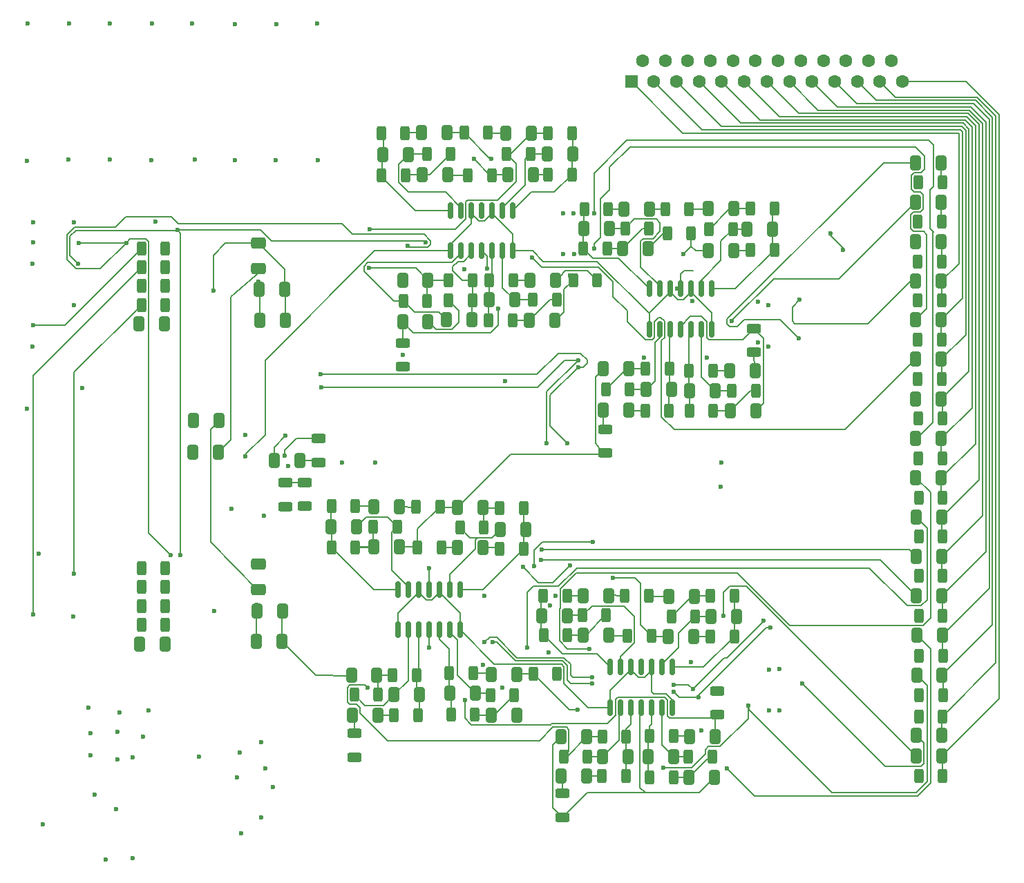
<source format=gbr>
%TF.GenerationSoftware,KiCad,Pcbnew,(7.0.0)*%
%TF.CreationDate,2023-04-15T15:54:35-07:00*%
%TF.ProjectId,FaultSignalGenerator_Isaiah_16Channel,4661756c-7453-4696-976e-616c47656e65,rev?*%
%TF.SameCoordinates,Original*%
%TF.FileFunction,Copper,L4,Bot*%
%TF.FilePolarity,Positive*%
%FSLAX46Y46*%
G04 Gerber Fmt 4.6, Leading zero omitted, Abs format (unit mm)*
G04 Created by KiCad (PCBNEW (7.0.0)) date 2023-04-15 15:54:35*
%MOMM*%
%LPD*%
G01*
G04 APERTURE LIST*
G04 Aperture macros list*
%AMRoundRect*
0 Rectangle with rounded corners*
0 $1 Rounding radius*
0 $2 $3 $4 $5 $6 $7 $8 $9 X,Y pos of 4 corners*
0 Add a 4 corners polygon primitive as box body*
4,1,4,$2,$3,$4,$5,$6,$7,$8,$9,$2,$3,0*
0 Add four circle primitives for the rounded corners*
1,1,$1+$1,$2,$3*
1,1,$1+$1,$4,$5*
1,1,$1+$1,$6,$7*
1,1,$1+$1,$8,$9*
0 Add four rect primitives between the rounded corners*
20,1,$1+$1,$2,$3,$4,$5,0*
20,1,$1+$1,$4,$5,$6,$7,0*
20,1,$1+$1,$6,$7,$8,$9,0*
20,1,$1+$1,$8,$9,$2,$3,0*%
G04 Aperture macros list end*
%TA.AperFunction,SMDPad,CuDef*%
%ADD10RoundRect,0.250000X-0.312500X-0.625000X0.312500X-0.625000X0.312500X0.625000X-0.312500X0.625000X0*%
%TD*%
%TA.AperFunction,ComponentPad*%
%ADD11R,1.600000X1.600000*%
%TD*%
%TA.AperFunction,ComponentPad*%
%ADD12C,1.600000*%
%TD*%
%TA.AperFunction,SMDPad,CuDef*%
%ADD13RoundRect,0.250000X-0.625000X0.312500X-0.625000X-0.312500X0.625000X-0.312500X0.625000X0.312500X0*%
%TD*%
%TA.AperFunction,SMDPad,CuDef*%
%ADD14RoundRect,0.250000X-0.412500X-0.650000X0.412500X-0.650000X0.412500X0.650000X-0.412500X0.650000X0*%
%TD*%
%TA.AperFunction,SMDPad,CuDef*%
%ADD15RoundRect,0.250000X0.412500X0.650000X-0.412500X0.650000X-0.412500X-0.650000X0.412500X-0.650000X0*%
%TD*%
%TA.AperFunction,SMDPad,CuDef*%
%ADD16RoundRect,0.250000X0.312500X0.625000X-0.312500X0.625000X-0.312500X-0.625000X0.312500X-0.625000X0*%
%TD*%
%TA.AperFunction,SMDPad,CuDef*%
%ADD17RoundRect,0.250000X0.650000X-0.412500X0.650000X0.412500X-0.650000X0.412500X-0.650000X-0.412500X0*%
%TD*%
%TA.AperFunction,SMDPad,CuDef*%
%ADD18RoundRect,0.150000X-0.150000X0.825000X-0.150000X-0.825000X0.150000X-0.825000X0.150000X0.825000X0*%
%TD*%
%TA.AperFunction,SMDPad,CuDef*%
%ADD19RoundRect,0.250000X0.625000X-0.312500X0.625000X0.312500X-0.625000X0.312500X-0.625000X-0.312500X0*%
%TD*%
%TA.AperFunction,ViaPad*%
%ADD20C,0.600000*%
%TD*%
%TA.AperFunction,Conductor*%
%ADD21C,0.200000*%
%TD*%
G04 APERTURE END LIST*
D10*
%TO.P,R68,1*%
%TO.N,out5*%
X118963000Y-102513000D03*
%TO.P,R68,2*%
%TO.N,Net-(C15-Pad1)*%
X121888000Y-102513000D03*
%TD*%
D11*
%TO.P,J3,1,1*%
%TO.N,/Amplification Stage/out13*%
X129724999Y-39430330D03*
D12*
%TO.P,J3,2,2*%
%TO.N,/Amplification Stage/out12*%
X132495000Y-39430331D03*
%TO.P,J3,3,3*%
%TO.N,/Amplification Stage/out11*%
X135265000Y-39430331D03*
%TO.P,J3,4,4*%
%TO.N,/Amplification Stage/out10*%
X138035000Y-39430331D03*
%TO.P,J3,5,5*%
%TO.N,/Amplification Stage/out9*%
X140805000Y-39430331D03*
%TO.P,J3,6,6*%
%TO.N,/Amplification Stage/out8*%
X143575000Y-39430331D03*
%TO.P,J3,7,7*%
%TO.N,/Amplification Stage/out7*%
X146345000Y-39430331D03*
%TO.P,J3,8,8*%
%TO.N,/Amplification Stage/out6*%
X149115000Y-39430331D03*
%TO.P,J3,9,9*%
%TO.N,/Amplification Stage/out5*%
X151885000Y-39430331D03*
%TO.P,J3,10,10*%
%TO.N,/Amplification Stage/out4*%
X154655000Y-39430331D03*
%TO.P,J3,11,11*%
%TO.N,/Amplification Stage/out3*%
X157425000Y-39430331D03*
%TO.P,J3,12,12*%
%TO.N,/Amplification Stage/out2*%
X160195000Y-39430331D03*
%TO.P,J3,13,13*%
%TO.N,/Amplification Stage/out1*%
X162965000Y-39430331D03*
%TO.P,J3,14,P14*%
%TO.N,unconnected-(J3-P14-Pad14)*%
X131110000Y-36890331D03*
%TO.P,J3,15,P15*%
%TO.N,unconnected-(J3-P15-Pad15)*%
X133880000Y-36890331D03*
%TO.P,J3,16,P16*%
%TO.N,unconnected-(J3-P16-Pad16)*%
X136650000Y-36890331D03*
%TO.P,J3,17,P17*%
%TO.N,0*%
X139420000Y-36890331D03*
%TO.P,J3,18,P18*%
%TO.N,unconnected-(J3-P18-Pad18)*%
X142190000Y-36890331D03*
%TO.P,J3,19,P19*%
%TO.N,unconnected-(J3-P19-Pad19)*%
X144960000Y-36890331D03*
%TO.P,J3,20,P20*%
%TO.N,unconnected-(J3-P20-Pad20)*%
X147730000Y-36890331D03*
%TO.P,J3,21,P21*%
%TO.N,unconnected-(J3-P21-Pad21)*%
X150500000Y-36890331D03*
%TO.P,J3,22,P22*%
%TO.N,unconnected-(J3-P22-Pad22)*%
X153270000Y-36890331D03*
%TO.P,J3,23,P23*%
%TO.N,/Amplification Stage/out16*%
X156040000Y-36890331D03*
%TO.P,J3,24,P24*%
%TO.N,/Amplification Stage/out15*%
X158810000Y-36890331D03*
%TO.P,J3,25,P25*%
%TO.N,/Amplification Stage/out14*%
X161580000Y-36890331D03*
%TD*%
D13*
%TO.P,R138,1*%
%TO.N,0*%
X144767500Y-69733500D03*
%TO.P,R138,2*%
%TO.N,gain15*%
X144767500Y-72658500D03*
%TD*%
D10*
%TO.P,R119,1*%
%TO.N,out13*%
X123977000Y-55074000D03*
%TO.P,R119,2*%
%TO.N,Net-(C68-Pad1)*%
X126902000Y-55074000D03*
%TD*%
D14*
%TO.P,C100,1*%
%TO.N,Channel16*%
X164600500Y-49388000D03*
%TO.P,C100,2*%
%TO.N,/Amplification Stage/out16*%
X167725500Y-49388000D03*
%TD*%
D15*
%TO.P,C54,1*%
%TO.N,Net-(C54-Pad1)*%
X117473900Y-45779400D03*
%TO.P,C54,2*%
%TO.N,0*%
X114348900Y-45779400D03*
%TD*%
%TO.P,C73,1*%
%TO.N,out14*%
X147057500Y-57540000D03*
%TO.P,C73,2*%
%TO.N,-14*%
X143932500Y-57540000D03*
%TD*%
D14*
%TO.P,C50,1*%
%TO.N,+5V*%
X84213000Y-68738000D03*
%TO.P,C50,2*%
%TO.N,0*%
X87338000Y-68738000D03*
%TD*%
D16*
%TO.P,R129,1*%
%TO.N,Net-(C71-Pad1)*%
X139784000Y-79813000D03*
%TO.P,R129,2*%
%TO.N,out15*%
X136859000Y-79813000D03*
%TD*%
D10*
%TO.P,R131,1*%
%TO.N,Net-(C70-Pad1)*%
X139245000Y-57540000D03*
%TO.P,R131,2*%
%TO.N,-14*%
X142170000Y-57540000D03*
%TD*%
D16*
%TO.P,R58,1*%
%TO.N,Net-(C5-Pad1)*%
X121925500Y-107313000D03*
%TO.P,R58,2*%
%TO.N,out5*%
X119000500Y-107313000D03*
%TD*%
%TO.P,R69,1*%
%TO.N,0*%
X106298200Y-91564100D03*
%TO.P,R69,2*%
%TO.N,gain1*%
X103373200Y-91564100D03*
%TD*%
%TO.P,R78,1*%
%TO.N,Net-(C18-Pad1)*%
X134888000Y-124788000D03*
%TO.P,R78,2*%
%TO.N,out7*%
X131963000Y-124788000D03*
%TD*%
D14*
%TO.P,C31,1*%
%TO.N,0*%
X69420531Y-69123710D03*
%TO.P,C31,2*%
%TO.N,+3.3V*%
X72545531Y-69123710D03*
%TD*%
D16*
%TO.P,R56,1*%
%TO.N,Net-(C3-Pad1)*%
X110568000Y-117063000D03*
%TO.P,R56,2*%
%TO.N,out3*%
X107643000Y-117063000D03*
%TD*%
D17*
%TO.P,C49,1*%
%TO.N,COM2*%
X84075500Y-62400500D03*
%TO.P,C49,2*%
%TO.N,0*%
X84075500Y-59275500D03*
%TD*%
D14*
%TO.P,C93,1*%
%TO.N,Channel2*%
X164663000Y-119638000D03*
%TO.P,C93,2*%
%TO.N,/Amplification Stage/out2*%
X167788000Y-119638000D03*
%TD*%
D18*
%TO.P,U7,1,1OUT*%
%TO.N,out9*%
X107589000Y-55258200D03*
%TO.P,U7,2,1IN-*%
%TO.N,-9*%
X108859000Y-55258200D03*
%TO.P,U7,3,1IN+*%
%TO.N,+10*%
X110129000Y-55258200D03*
%TO.P,U7,4,VCC+*%
%TO.N,+5V*%
X111399000Y-55258200D03*
%TO.P,U7,5,2IN+*%
%TO.N,+10*%
X112669000Y-55258200D03*
%TO.P,U7,6,2IN-*%
%TO.N,-10*%
X113939000Y-55258200D03*
%TO.P,U7,7,2OUT*%
%TO.N,out10*%
X115209000Y-55258200D03*
%TO.P,U7,8,3OUT*%
%TO.N,+10*%
X115209000Y-60208200D03*
%TO.P,U7,9,3IN-*%
%TO.N,-11*%
X113939000Y-60208200D03*
%TO.P,U7,10,3IN+*%
%TO.N,out11*%
X112669000Y-60208200D03*
%TO.P,U7,11,VCC-*%
%TO.N,0*%
X111399000Y-60208200D03*
%TO.P,U7,12,4IN+*%
%TO.N,out12*%
X110129000Y-60208200D03*
%TO.P,U7,13,4IN-*%
%TO.N,-12*%
X108859000Y-60208200D03*
%TO.P,U7,14,4OUT*%
%TO.N,+10*%
X107589000Y-60208200D03*
%TD*%
%TO.P,U6,1,1OUT*%
%TO.N,out5*%
X127168000Y-111263000D03*
%TO.P,U6,2,1IN-*%
%TO.N,-5*%
X128438000Y-111263000D03*
%TO.P,U6,3,1IN+*%
%TO.N,+1*%
X129708000Y-111263000D03*
%TO.P,U6,4,VCC+*%
%TO.N,+5V*%
X130978000Y-111263000D03*
%TO.P,U6,5,2IN+*%
%TO.N,+1*%
X132248000Y-111263000D03*
%TO.P,U6,6,2IN-*%
%TO.N,-6*%
X133518000Y-111263000D03*
%TO.P,U6,7,2OUT*%
%TO.N,out6*%
X134788000Y-111263000D03*
%TO.P,U6,8,3OUT*%
%TO.N,+1*%
X134788000Y-116213000D03*
%TO.P,U6,9,3IN-*%
%TO.N,-7*%
X133518000Y-116213000D03*
%TO.P,U6,10,3IN+*%
%TO.N,out7*%
X132248000Y-116213000D03*
%TO.P,U6,11,VCC-*%
%TO.N,0*%
X130978000Y-116213000D03*
%TO.P,U6,12,4IN+*%
%TO.N,out8*%
X129708000Y-116213000D03*
%TO.P,U6,13,4IN-*%
%TO.N,-8*%
X128438000Y-116213000D03*
%TO.P,U6,14,4OUT*%
%TO.N,+1*%
X127168000Y-116213000D03*
%TD*%
D16*
%TO.P,R111,1*%
%TO.N,Net-(C55-Pad1)*%
X107597700Y-48308600D03*
%TO.P,R111,2*%
%TO.N,-9*%
X104672700Y-48308600D03*
%TD*%
D14*
%TO.P,C21,1*%
%TO.N,out7*%
X131775500Y-122213000D03*
%TO.P,C21,2*%
%TO.N,-7*%
X134900500Y-122213000D03*
%TD*%
D10*
%TO.P,R92,1*%
%TO.N,TDMA_SCK*%
X69725500Y-99088000D03*
%TO.P,R92,2*%
%TO.N,Net-(U14-SCK)*%
X72650500Y-99088000D03*
%TD*%
%TO.P,R82,1*%
%TO.N,Net-(C19-Pad1)*%
X121438000Y-122213000D03*
%TO.P,R82,2*%
%TO.N,-8*%
X124363000Y-122213000D03*
%TD*%
D19*
%TO.P,R139,1*%
%TO.N,0*%
X126512500Y-85000000D03*
%TO.P,R139,2*%
%TO.N,gain16*%
X126512500Y-82075000D03*
%TD*%
D15*
%TO.P,C20,1*%
%TO.N,out6*%
X142638000Y-105013000D03*
%TO.P,C20,2*%
%TO.N,-6*%
X139513000Y-105013000D03*
%TD*%
D16*
%TO.P,R65,1*%
%TO.N,out2*%
X116523200Y-96764100D03*
%TO.P,R65,2*%
%TO.N,Net-(C12-Pad1)*%
X113598200Y-96764100D03*
%TD*%
D14*
%TO.P,C96,1*%
%TO.N,Channel8*%
X164600500Y-88038000D03*
%TO.P,C96,2*%
%TO.N,/Amplification Stage/out8*%
X167725500Y-88038000D03*
%TD*%
D10*
%TO.P,R137,1*%
%TO.N,0*%
X134150000Y-58088000D03*
%TO.P,R137,2*%
%TO.N,gain14*%
X137075000Y-58088000D03*
%TD*%
D14*
%TO.P,C77,1*%
%TO.N,Net-(C77-Pad1)*%
X141808000Y-74879000D03*
%TO.P,C77,2*%
%TO.N,gain15*%
X144933000Y-74879000D03*
%TD*%
D19*
%TO.P,R72,1*%
%TO.N,0*%
X95805500Y-122313000D03*
%TO.P,R72,2*%
%TO.N,gain4*%
X95805500Y-119388000D03*
%TD*%
D10*
%TO.P,R79,1*%
%TO.N,Net-(C19-Pad1)*%
X126175500Y-119813000D03*
%TO.P,R79,2*%
%TO.N,out8*%
X129100500Y-119813000D03*
%TD*%
D14*
%TO.P,C1,1*%
%TO.N,Net-(C1-Pad1)*%
X98188500Y-96512200D03*
%TO.P,C1,2*%
%TO.N,0*%
X101313500Y-96512200D03*
%TD*%
%TO.P,C8,1*%
%TO.N,out3*%
X107493000Y-114463000D03*
%TO.P,C8,2*%
%TO.N,-3*%
X110618000Y-114463000D03*
%TD*%
D15*
%TO.P,C72,1*%
%TO.N,Net-(C72-Pad1)*%
X129431900Y-74683600D03*
%TO.P,C72,2*%
%TO.N,0*%
X126306900Y-74683600D03*
%TD*%
%TO.P,C17,1*%
%TO.N,Net-(C17-Pad1)*%
X137463000Y-102563000D03*
%TO.P,C17,2*%
%TO.N,0*%
X134338000Y-102563000D03*
%TD*%
D10*
%TO.P,R84,1*%
%TO.N,out7*%
X131975500Y-119713000D03*
%TO.P,R84,2*%
%TO.N,Net-(C24-Pad1)*%
X134900500Y-119713000D03*
%TD*%
D14*
%TO.P,C69,1*%
%TO.N,0*%
X76000500Y-84888000D03*
%TO.P,C69,2*%
%TO.N,COM2*%
X79125500Y-84888000D03*
%TD*%
D16*
%TO.P,R71,1*%
%TO.N,0*%
X120630500Y-112063000D03*
%TO.P,R71,2*%
%TO.N,gain3*%
X117705500Y-112063000D03*
%TD*%
D15*
%TO.P,C62,1*%
%TO.N,out12*%
X110221900Y-68645400D03*
%TO.P,C62,2*%
%TO.N,-12*%
X107096900Y-68645400D03*
%TD*%
D10*
%TO.P,R80,1*%
%TO.N,Net-(C17-Pad1)*%
X134638000Y-105038000D03*
%TO.P,R80,2*%
%TO.N,-6*%
X137563000Y-105038000D03*
%TD*%
D16*
%TO.P,R132,1*%
%TO.N,Net-(C71-Pad1)*%
X144992500Y-77400000D03*
%TO.P,R132,2*%
%TO.N,-15*%
X142067500Y-77400000D03*
%TD*%
D14*
%TO.P,C6,1*%
%TO.N,out1*%
X92969200Y-94023000D03*
%TO.P,C6,2*%
%TO.N,-1*%
X96094200Y-94023000D03*
%TD*%
D15*
%TO.P,C23,1*%
%TO.N,Net-(C23-Pad1)*%
X137413000Y-107513000D03*
%TO.P,C23,2*%
%TO.N,gain6*%
X134288000Y-107513000D03*
%TD*%
D10*
%TO.P,R157,1*%
%TO.N,0*%
X164850500Y-61538000D03*
%TO.P,R157,2*%
%TO.N,/Amplification Stage/out14*%
X167775500Y-61538000D03*
%TD*%
D14*
%TO.P,C74,1*%
%TO.N,out15*%
X136887500Y-77400000D03*
%TO.P,C74,2*%
%TO.N,-15*%
X140012500Y-77400000D03*
%TD*%
%TO.P,C55,1*%
%TO.N,Net-(C55-Pad1)*%
X104077000Y-50874000D03*
%TO.P,C55,2*%
%TO.N,0*%
X107202000Y-50874000D03*
%TD*%
D10*
%TO.P,R57,1*%
%TO.N,Net-(C4-Pad1)*%
X100496200Y-112243200D03*
%TO.P,R57,2*%
%TO.N,out4*%
X103421200Y-112243200D03*
%TD*%
D16*
%TO.P,R67,1*%
%TO.N,out4*%
X103558700Y-117143200D03*
%TO.P,R67,2*%
%TO.N,Net-(C14-Pad1)*%
X100633700Y-117143200D03*
%TD*%
D18*
%TO.P,U8,1,1OUT*%
%TO.N,out13*%
X131929300Y-64873800D03*
%TO.P,U8,2,1IN-*%
%TO.N,-13*%
X133199300Y-64873800D03*
%TO.P,U8,3,1IN+*%
%TO.N,+10*%
X134469300Y-64873800D03*
%TO.P,U8,4,VCC+*%
%TO.N,+5V*%
X135739300Y-64873800D03*
%TO.P,U8,5,2IN+*%
%TO.N,+10*%
X137009300Y-64873800D03*
%TO.P,U8,6,2IN-*%
%TO.N,-14*%
X138279300Y-64873800D03*
%TO.P,U8,7,2OUT*%
%TO.N,out14*%
X139549300Y-64873800D03*
%TO.P,U8,8,3OUT*%
%TO.N,+10*%
X139549300Y-69823800D03*
%TO.P,U8,9,3IN-*%
%TO.N,-15*%
X138279300Y-69823800D03*
%TO.P,U8,10,3IN+*%
%TO.N,out15*%
X137009300Y-69823800D03*
%TO.P,U8,11,VCC-*%
%TO.N,0*%
X135739300Y-69823800D03*
%TO.P,U8,12,4IN+*%
%TO.N,out16*%
X134469300Y-69823800D03*
%TO.P,U8,13,4IN-*%
%TO.N,-16*%
X133199300Y-69823800D03*
%TO.P,U8,14,4OUT*%
%TO.N,+10*%
X131929300Y-69823800D03*
%TD*%
D10*
%TO.P,R93,1*%
%TO.N,TDMA_LRCLK*%
X69725500Y-106088000D03*
%TO.P,R93,2*%
%TO.N,Net-(U14-LRCK)*%
X72650500Y-106088000D03*
%TD*%
D16*
%TO.P,R112,1*%
%TO.N,Net-(C56-Pad1)*%
X120578900Y-66219400D03*
%TO.P,R112,2*%
%TO.N,-11*%
X117653900Y-66219400D03*
%TD*%
D10*
%TO.P,R97,1*%
%TO.N,TDMB_DATA*%
X69720531Y-62223710D03*
%TO.P,R97,2*%
%TO.N,Net-(U15-DATA1)*%
X72645531Y-62223710D03*
%TD*%
%TO.P,R86,1*%
%TO.N,0*%
X129275500Y-107413000D03*
%TO.P,R86,2*%
%TO.N,gain6*%
X132200500Y-107413000D03*
%TD*%
D16*
%TO.P,R62,1*%
%TO.N,Net-(C4-Pad1)*%
X98721200Y-114643200D03*
%TO.P,R62,2*%
%TO.N,-4*%
X95796200Y-114643200D03*
%TD*%
D15*
%TO.P,C59,1*%
%TO.N,out10*%
X122546900Y-48319400D03*
%TO.P,C59,2*%
%TO.N,-10*%
X119421900Y-48319400D03*
%TD*%
D10*
%TO.P,R152,1*%
%TO.N,0*%
X165000500Y-109838000D03*
%TO.P,R152,2*%
%TO.N,/Amplification Stage/out4*%
X167925500Y-109838000D03*
%TD*%
D14*
%TO.P,C60,1*%
%TO.N,out9*%
X99254650Y-48415410D03*
%TO.P,C60,2*%
%TO.N,-9*%
X102379650Y-48415410D03*
%TD*%
D15*
%TO.P,C4,1*%
%TO.N,Net-(C4-Pad1)*%
X98558700Y-112243200D03*
%TO.P,C4,2*%
%TO.N,0*%
X95433700Y-112243200D03*
%TD*%
D14*
%TO.P,C53,1*%
%TO.N,+5V*%
X83913000Y-104388000D03*
%TO.P,C53,2*%
%TO.N,0*%
X87038000Y-104388000D03*
%TD*%
D16*
%TO.P,R113,1*%
%TO.N,Net-(C57-Pad1)*%
X104722400Y-66359400D03*
%TO.P,R113,2*%
%TO.N,-12*%
X101797400Y-66359400D03*
%TD*%
D10*
%TO.P,R66,1*%
%TO.N,out3*%
X107443000Y-111963000D03*
%TO.P,R66,2*%
%TO.N,Net-(C13-Pad1)*%
X110368000Y-111963000D03*
%TD*%
D16*
%TO.P,R60,1*%
%TO.N,Net-(C2-Pad1)*%
X111660700Y-94164100D03*
%TO.P,R60,2*%
%TO.N,-2*%
X108735700Y-94164100D03*
%TD*%
D14*
%TO.P,C66,1*%
%TO.N,Net-(C66-Pad1)*%
X117316400Y-63819400D03*
%TO.P,C66,2*%
%TO.N,gain11*%
X120441400Y-63819400D03*
%TD*%
D16*
%TO.P,R121,1*%
%TO.N,0*%
X112189700Y-45735600D03*
%TO.P,R121,2*%
%TO.N,gain9*%
X109264700Y-45735600D03*
%TD*%
D10*
%TO.P,R98,1*%
%TO.N,TDMA_BCLK*%
X69725500Y-103788000D03*
%TO.P,R98,2*%
%TO.N,Net-(U14-BCK)*%
X72650500Y-103788000D03*
%TD*%
D14*
%TO.P,C95,1*%
%TO.N,Channel6*%
X164650500Y-97688000D03*
%TO.P,C95,2*%
%TO.N,/Amplification Stage/out6*%
X167775500Y-97688000D03*
%TD*%
D10*
%TO.P,R158,1*%
%TO.N,0*%
X164900500Y-51788000D03*
%TO.P,R158,2*%
%TO.N,/Amplification Stage/out16*%
X167825500Y-51788000D03*
%TD*%
D15*
%TO.P,C2,1*%
%TO.N,Net-(C2-Pad1)*%
X111560700Y-91664100D03*
%TO.P,C2,2*%
%TO.N,0*%
X108435700Y-91664100D03*
%TD*%
D14*
%TO.P,C56,1*%
%TO.N,Net-(C56-Pad1)*%
X117238400Y-68759400D03*
%TO.P,C56,2*%
%TO.N,0*%
X120363400Y-68759400D03*
%TD*%
D16*
%TO.P,R73,1*%
%TO.N,0*%
X131850500Y-102475500D03*
%TO.P,R73,2*%
%TO.N,gain5*%
X128925500Y-102475500D03*
%TD*%
D14*
%TO.P,C51,1*%
%TO.N,+5V*%
X83813000Y-108088000D03*
%TO.P,C51,2*%
%TO.N,0*%
X86938000Y-108088000D03*
%TD*%
%TO.P,C16,1*%
%TO.N,0*%
X76063000Y-81038000D03*
%TO.P,C16,2*%
%TO.N,COM1*%
X79188000Y-81038000D03*
%TD*%
D16*
%TO.P,R106,1*%
%TO.N,Net-(C55-Pad1)*%
X102051050Y-50904610D03*
%TO.P,R106,2*%
%TO.N,out9*%
X99126050Y-50904610D03*
%TD*%
D10*
%TO.P,R147,1*%
%TO.N,0*%
X164900500Y-85638000D03*
%TO.P,R147,2*%
%TO.N,/Amplification Stage/out9*%
X167825500Y-85638000D03*
%TD*%
D16*
%TO.P,R114,1*%
%TO.N,Net-(C58-Pad1)*%
X131893500Y-57487000D03*
%TO.P,R114,2*%
%TO.N,-13*%
X128968500Y-57487000D03*
%TD*%
D15*
%TO.P,C19,1*%
%TO.N,Net-(C19-Pad1)*%
X124263000Y-119813000D03*
%TO.P,C19,2*%
%TO.N,0*%
X121138000Y-119813000D03*
%TD*%
D10*
%TO.P,R148,1*%
%TO.N,0*%
X164850500Y-75938000D03*
%TO.P,R148,2*%
%TO.N,/Amplification Stage/out11*%
X167775500Y-75938000D03*
%TD*%
%TO.P,R144,1*%
%TO.N,0*%
X164988000Y-114688000D03*
%TO.P,R144,2*%
%TO.N,/Amplification Stage/out3*%
X167913000Y-114688000D03*
%TD*%
%TO.P,R110,1*%
%TO.N,Net-(C54-Pad1)*%
X114448900Y-48319400D03*
%TO.P,R110,2*%
%TO.N,-10*%
X117373900Y-48319400D03*
%TD*%
%TO.P,R155,1*%
%TO.N,0*%
X164900500Y-80788000D03*
%TO.P,R155,2*%
%TO.N,/Amplification Stage/out10*%
X167825500Y-80788000D03*
%TD*%
D19*
%TO.P,R88,1*%
%TO.N,0*%
X121300500Y-129675500D03*
%TO.P,R88,2*%
%TO.N,gain8*%
X121300500Y-126750500D03*
%TD*%
D15*
%TO.P,C26,1*%
%TO.N,+6V*%
X89088000Y-85888000D03*
%TO.P,C26,2*%
%TO.N,0*%
X85963000Y-85888000D03*
%TD*%
D16*
%TO.P,R115,1*%
%TO.N,out10*%
X122453900Y-50859400D03*
%TO.P,R115,2*%
%TO.N,Net-(C64-Pad1)*%
X119528900Y-50859400D03*
%TD*%
D13*
%TO.P,R91,1*%
%TO.N,Net-(U13-3IN-)*%
X91425500Y-83225500D03*
%TO.P,R91,2*%
%TO.N,+6V*%
X91425500Y-86150500D03*
%TD*%
D17*
%TO.P,C48,1*%
%TO.N,COM1*%
X84025500Y-101750500D03*
%TO.P,C48,2*%
%TO.N,0*%
X84025500Y-98625500D03*
%TD*%
D16*
%TO.P,R63,1*%
%TO.N,Net-(C5-Pad1)*%
X126650500Y-104913000D03*
%TO.P,R63,2*%
%TO.N,-5*%
X123725500Y-104913000D03*
%TD*%
D15*
%TO.P,C75,1*%
%TO.N,out16*%
X134675000Y-77200000D03*
%TO.P,C75,2*%
%TO.N,-16*%
X131550000Y-77200000D03*
%TD*%
D10*
%TO.P,R135,1*%
%TO.N,out15*%
X136828000Y-74879000D03*
%TO.P,R135,2*%
%TO.N,Net-(C77-Pad1)*%
X139753000Y-74879000D03*
%TD*%
%TO.P,R55,1*%
%TO.N,Net-(C2-Pad1)*%
X113598200Y-91764100D03*
%TO.P,R55,2*%
%TO.N,out2*%
X116523200Y-91764100D03*
%TD*%
D14*
%TO.P,C65,1*%
%TO.N,Net-(C65-Pad1)*%
X104052300Y-45717800D03*
%TO.P,C65,2*%
%TO.N,gain9*%
X107177300Y-45717800D03*
%TD*%
D10*
%TO.P,R105,1*%
%TO.N,Net-(C54-Pad1)*%
X119528900Y-45779400D03*
%TO.P,R105,2*%
%TO.N,out10*%
X122453900Y-45779400D03*
%TD*%
D15*
%TO.P,C76,1*%
%TO.N,Net-(C76-Pad1)*%
X142256900Y-60207000D03*
%TO.P,C76,2*%
%TO.N,gain14*%
X139131900Y-60207000D03*
%TD*%
D10*
%TO.P,R130,1*%
%TO.N,Net-(C72-Pad1)*%
X131486900Y-74683600D03*
%TO.P,R130,2*%
%TO.N,out16*%
X134411900Y-74683600D03*
%TD*%
D16*
%TO.P,R109,1*%
%TO.N,Net-(C58-Pad1)*%
X126775000Y-59900000D03*
%TO.P,R109,2*%
%TO.N,out13*%
X123850000Y-59900000D03*
%TD*%
D14*
%TO.P,C71,1*%
%TO.N,Net-(C71-Pad1)*%
X141900500Y-79813000D03*
%TO.P,C71,2*%
%TO.N,0*%
X145025500Y-79813000D03*
%TD*%
D15*
%TO.P,C25,1*%
%TO.N,Net-(C25-Pad1)*%
X124225500Y-124613000D03*
%TO.P,C25,2*%
%TO.N,gain8*%
X121100500Y-124613000D03*
%TD*%
D10*
%TO.P,R143,1*%
%TO.N,0*%
X164950500Y-124638000D03*
%TO.P,R143,2*%
%TO.N,/Amplification Stage/out1*%
X167875500Y-124638000D03*
%TD*%
%TO.P,R77,1*%
%TO.N,Net-(C17-Pad1)*%
X139413000Y-102513000D03*
%TO.P,R77,2*%
%TO.N,out6*%
X142338000Y-102513000D03*
%TD*%
D16*
%TO.P,R54,1*%
%TO.N,Net-(C1-Pad1)*%
X95918000Y-96563000D03*
%TO.P,R54,2*%
%TO.N,out1*%
X92993000Y-96563000D03*
%TD*%
D14*
%TO.P,C10,1*%
%TO.N,out5*%
X118787500Y-104950000D03*
%TO.P,C10,2*%
%TO.N,-5*%
X121912500Y-104950000D03*
%TD*%
%TO.P,C91,1*%
%TO.N,Channel13*%
X164588000Y-63938000D03*
%TO.P,C91,2*%
%TO.N,/Amplification Stage/out13*%
X167713000Y-63938000D03*
%TD*%
%TO.P,C5,1*%
%TO.N,Net-(C5-Pad1)*%
X123825500Y-107313000D03*
%TO.P,C5,2*%
%TO.N,0*%
X126950500Y-107313000D03*
%TD*%
D10*
%TO.P,R149,1*%
%TO.N,0*%
X164850500Y-66288000D03*
%TO.P,R149,2*%
%TO.N,/Amplification Stage/out13*%
X167775500Y-66288000D03*
%TD*%
D14*
%TO.P,C90,1*%
%TO.N,Channel11*%
X164600500Y-73488000D03*
%TO.P,C90,2*%
%TO.N,/Amplification Stage/out11*%
X167725500Y-73488000D03*
%TD*%
D10*
%TO.P,R122,1*%
%TO.N,0*%
X122614500Y-63774000D03*
%TO.P,R122,2*%
%TO.N,gain11*%
X125539500Y-63774000D03*
%TD*%
D14*
%TO.P,C89,1*%
%TO.N,Channel9*%
X164600500Y-83238000D03*
%TO.P,C89,2*%
%TO.N,/Amplification Stage/out9*%
X167725500Y-83238000D03*
%TD*%
%TO.P,C15,1*%
%TO.N,Net-(C15-Pad1)*%
X123825500Y-102513000D03*
%TO.P,C15,2*%
%TO.N,gain5*%
X126950500Y-102513000D03*
%TD*%
D15*
%TO.P,C64,1*%
%TO.N,Net-(C64-Pad1)*%
X117766400Y-50859400D03*
%TO.P,C64,2*%
%TO.N,gain10*%
X114641400Y-50859400D03*
%TD*%
D10*
%TO.P,R145,1*%
%TO.N,0*%
X164963000Y-104938000D03*
%TO.P,R145,2*%
%TO.N,/Amplification Stage/out5*%
X167888000Y-104938000D03*
%TD*%
D16*
%TO.P,R107,2*%
%TO.N,out11*%
X112258400Y-68759400D03*
%TO.P,R107,1*%
%TO.N,Net-(C56-Pad1)*%
X115183400Y-68759400D03*
%TD*%
D14*
%TO.P,C87,1*%
%TO.N,Channel5*%
X164650500Y-102488000D03*
%TO.P,C87,2*%
%TO.N,/Amplification Stage/out5*%
X167775500Y-102488000D03*
%TD*%
D10*
%TO.P,R128,1*%
%TO.N,Net-(C70-Pad1)*%
X144325000Y-55000000D03*
%TO.P,R128,2*%
%TO.N,out14*%
X147250000Y-55000000D03*
%TD*%
%TO.P,R99,1*%
%TO.N,TDMB_BCLK*%
X69720531Y-64523710D03*
%TO.P,R99,2*%
%TO.N,Net-(U15-BCK)*%
X72645531Y-64523710D03*
%TD*%
D15*
%TO.P,C30,1*%
%TO.N,+3.3V*%
X72638000Y-108438000D03*
%TO.P,C30,2*%
%TO.N,0*%
X69513000Y-108438000D03*
%TD*%
D10*
%TO.P,R120,1*%
%TO.N,0*%
X109711400Y-50919400D03*
%TO.P,R120,2*%
%TO.N,gain10*%
X112636400Y-50919400D03*
%TD*%
D14*
%TO.P,C61,1*%
%TO.N,out11*%
X112323900Y-66219400D03*
%TO.P,C61,2*%
%TO.N,-11*%
X115448900Y-66219400D03*
%TD*%
%TO.P,C85,1*%
%TO.N,Channel1*%
X164638000Y-122188000D03*
%TO.P,C85,2*%
%TO.N,/Amplification Stage/out1*%
X167763000Y-122188000D03*
%TD*%
%TO.P,C63,1*%
%TO.N,out13*%
X123915500Y-57487000D03*
%TO.P,C63,2*%
%TO.N,-13*%
X127040500Y-57487000D03*
%TD*%
D10*
%TO.P,R156,1*%
%TO.N,0*%
X164850500Y-71088000D03*
%TO.P,R156,2*%
%TO.N,/Amplification Stage/out12*%
X167775500Y-71088000D03*
%TD*%
D13*
%TO.P,R90,1*%
%TO.N,Net-(U13-3IN+)*%
X89725500Y-88588000D03*
%TO.P,R90,2*%
%TO.N,0*%
X89725500Y-91513000D03*
%TD*%
D10*
%TO.P,R70,1*%
%TO.N,0*%
X103535700Y-96564100D03*
%TO.P,R70,2*%
%TO.N,gain2*%
X106460700Y-96564100D03*
%TD*%
%TO.P,R59,1*%
%TO.N,Net-(C1-Pad1)*%
X98123800Y-94048400D03*
%TO.P,R59,2*%
%TO.N,-1*%
X101048800Y-94048400D03*
%TD*%
D18*
%TO.P,U5,1,1OUT*%
%TO.N,out1*%
X101112600Y-101717200D03*
%TO.P,U5,2,1IN-*%
%TO.N,-1*%
X102382600Y-101717200D03*
%TO.P,U5,3,1IN+*%
%TO.N,+1*%
X103652600Y-101717200D03*
%TO.P,U5,4,VCC+*%
%TO.N,+5V*%
X104922600Y-101717200D03*
%TO.P,U5,5,2IN+*%
%TO.N,+1*%
X106192600Y-101717200D03*
%TO.P,U5,6,2IN-*%
%TO.N,-2*%
X107462600Y-101717200D03*
%TO.P,U5,7,2OUT*%
%TO.N,out2*%
X108732600Y-101717200D03*
%TO.P,U5,8,3OUT*%
%TO.N,+1*%
X108732600Y-106667200D03*
%TO.P,U5,9,3IN-*%
%TO.N,-3*%
X107462600Y-106667200D03*
%TO.P,U5,10,3IN+*%
%TO.N,out3*%
X106192600Y-106667200D03*
%TO.P,U5,11,VCC-*%
%TO.N,0*%
X104922600Y-106667200D03*
%TO.P,U5,12,4IN+*%
%TO.N,out4*%
X103652600Y-106667200D03*
%TO.P,U5,13,4IN-*%
%TO.N,-4*%
X102382600Y-106667200D03*
%TO.P,U5,14,4OUT*%
%TO.N,+1*%
X101112600Y-106667200D03*
%TD*%
D19*
%TO.P,R89,1*%
%TO.N,+12V*%
X87325500Y-91550500D03*
%TO.P,R89,2*%
%TO.N,Net-(U13-3IN+)*%
X87325500Y-88625500D03*
%TD*%
D10*
%TO.P,R64,1*%
%TO.N,out1*%
X92993000Y-91483000D03*
%TO.P,R64,2*%
%TO.N,Net-(C11-Pad1)*%
X95918000Y-91483000D03*
%TD*%
D13*
%TO.P,R87,1*%
%TO.N,0*%
X140225500Y-114163000D03*
%TO.P,R87,2*%
%TO.N,gain7*%
X140225500Y-117088000D03*
%TD*%
D16*
%TO.P,R83,1*%
%TO.N,out6*%
X142338000Y-107513000D03*
%TO.P,R83,2*%
%TO.N,Net-(C23-Pad1)*%
X139413000Y-107513000D03*
%TD*%
D15*
%TO.P,C67,1*%
%TO.N,Net-(C67-Pad1)*%
X104822400Y-68899400D03*
%TO.P,C67,2*%
%TO.N,gain12*%
X101697400Y-68899400D03*
%TD*%
%TO.P,C14,1*%
%TO.N,Net-(C14-Pad1)*%
X98658700Y-117143200D03*
%TO.P,C14,2*%
%TO.N,gain4*%
X95533700Y-117143200D03*
%TD*%
D14*
%TO.P,C3,1*%
%TO.N,Net-(C3-Pad1)*%
X112568000Y-117163000D03*
%TO.P,C3,2*%
%TO.N,0*%
X115693000Y-117163000D03*
%TD*%
D15*
%TO.P,C22,1*%
%TO.N,out8*%
X129363000Y-122213000D03*
%TO.P,C22,2*%
%TO.N,-8*%
X126238000Y-122213000D03*
%TD*%
%TO.P,C7,1*%
%TO.N,out2*%
X116823200Y-94364100D03*
%TO.P,C7,2*%
%TO.N,-2*%
X113698200Y-94364100D03*
%TD*%
D16*
%TO.P,R61,1*%
%TO.N,Net-(C3-Pad1)*%
X115393000Y-114663000D03*
%TO.P,R61,2*%
%TO.N,-3*%
X112468000Y-114663000D03*
%TD*%
D14*
%TO.P,C58,1*%
%TO.N,Net-(C58-Pad1)*%
X128703000Y-59900000D03*
%TO.P,C58,2*%
%TO.N,0*%
X131828000Y-59900000D03*
%TD*%
%TO.P,C98,1*%
%TO.N,Channel12*%
X164550500Y-68638000D03*
%TO.P,C98,2*%
%TO.N,/Amplification Stage/out12*%
X167675500Y-68638000D03*
%TD*%
D10*
%TO.P,R151,1*%
%TO.N,0*%
X164950500Y-117288000D03*
%TO.P,R151,2*%
%TO.N,/Amplification Stage/out2*%
X167875500Y-117288000D03*
%TD*%
D15*
%TO.P,C9,1*%
%TO.N,out4*%
X103758700Y-114643200D03*
%TO.P,C9,2*%
%TO.N,-4*%
X100633700Y-114643200D03*
%TD*%
D10*
%TO.P,R96,1*%
%TO.N,TDMA_DATA*%
X69725500Y-101438000D03*
%TO.P,R96,2*%
%TO.N,Net-(U14-DATA1)*%
X72650500Y-101438000D03*
%TD*%
D15*
%TO.P,C12,1*%
%TO.N,Net-(C12-Pad1)*%
X111560700Y-96564100D03*
%TO.P,C12,2*%
%TO.N,gain2*%
X108435700Y-96564100D03*
%TD*%
D16*
%TO.P,R124,1*%
%TO.N,0*%
X136817500Y-55067000D03*
%TO.P,R124,2*%
%TO.N,gain13*%
X133892500Y-55067000D03*
%TD*%
D14*
%TO.P,C52,1*%
%TO.N,+5V*%
X84100500Y-64888000D03*
%TO.P,C52,2*%
%TO.N,0*%
X87225500Y-64888000D03*
%TD*%
D16*
%TO.P,R81,1*%
%TO.N,Net-(C18-Pad1)*%
X139663000Y-122238000D03*
%TO.P,R81,2*%
%TO.N,-7*%
X136738000Y-122238000D03*
%TD*%
D10*
%TO.P,R133,1*%
%TO.N,Net-(C72-Pad1)*%
X126622400Y-77223600D03*
%TO.P,R133,2*%
%TO.N,-16*%
X129547400Y-77223600D03*
%TD*%
%TO.P,R108,1*%
%TO.N,Net-(C57-Pad1)*%
X107323900Y-63819400D03*
%TO.P,R108,2*%
%TO.N,out12*%
X110248900Y-63819400D03*
%TD*%
D14*
%TO.P,C99,1*%
%TO.N,Channel14*%
X164550500Y-59088000D03*
%TO.P,C99,2*%
%TO.N,/Amplification Stage/out14*%
X167675500Y-59088000D03*
%TD*%
%TO.P,C92,1*%
%TO.N,Channel15*%
X164550500Y-54238000D03*
%TO.P,C92,2*%
%TO.N,/Amplification Stage/out15*%
X167675500Y-54238000D03*
%TD*%
D16*
%TO.P,R134,1*%
%TO.N,out14*%
X147250000Y-60080000D03*
%TO.P,R134,2*%
%TO.N,Net-(C76-Pad1)*%
X144325000Y-60080000D03*
%TD*%
D14*
%TO.P,C97,1*%
%TO.N,Channel10*%
X164600500Y-78338000D03*
%TO.P,C97,2*%
%TO.N,/Amplification Stage/out10*%
X167725500Y-78338000D03*
%TD*%
D10*
%TO.P,R95,1*%
%TO.N,TDMB_LRCLK*%
X69720531Y-66823710D03*
%TO.P,R95,2*%
%TO.N,Net-(U15-LRCK)*%
X72645531Y-66823710D03*
%TD*%
D16*
%TO.P,R85,1*%
%TO.N,out8*%
X129063000Y-124613000D03*
%TO.P,R85,2*%
%TO.N,Net-(C25-Pad1)*%
X126138000Y-124613000D03*
%TD*%
D14*
%TO.P,C86,1*%
%TO.N,Channel3*%
X164688000Y-112238000D03*
%TO.P,C86,2*%
%TO.N,/Amplification Stage/out3*%
X167813000Y-112238000D03*
%TD*%
D19*
%TO.P,R123,1*%
%TO.N,0*%
X101735900Y-74425900D03*
%TO.P,R123,2*%
%TO.N,gain12*%
X101735900Y-71500900D03*
%TD*%
D14*
%TO.P,C11,1*%
%TO.N,Net-(C11-Pad1)*%
X98163900Y-91559200D03*
%TO.P,C11,2*%
%TO.N,gain1*%
X101288900Y-91559200D03*
%TD*%
D16*
%TO.P,R118,1*%
%TO.N,out12*%
X110248900Y-66232400D03*
%TO.P,R118,2*%
%TO.N,Net-(C67-Pad1)*%
X107323900Y-66232400D03*
%TD*%
D14*
%TO.P,C18,1*%
%TO.N,Net-(C18-Pad1)*%
X136800500Y-124788000D03*
%TO.P,C18,2*%
%TO.N,0*%
X139925500Y-124788000D03*
%TD*%
D10*
%TO.P,R153,1*%
%TO.N,0*%
X164950500Y-100088000D03*
%TO.P,R153,2*%
%TO.N,/Amplification Stage/out6*%
X167875500Y-100088000D03*
%TD*%
D14*
%TO.P,C88,1*%
%TO.N,Channel7*%
X164650500Y-92888000D03*
%TO.P,C88,2*%
%TO.N,/Amplification Stage/out7*%
X167775500Y-92888000D03*
%TD*%
%TO.P,C68,1*%
%TO.N,Net-(C68-Pad1)*%
X128830000Y-55074000D03*
%TO.P,C68,2*%
%TO.N,gain13*%
X131955000Y-55074000D03*
%TD*%
D10*
%TO.P,R117,1*%
%TO.N,out11*%
X112336400Y-63819400D03*
%TO.P,R117,2*%
%TO.N,Net-(C66-Pad1)*%
X115261400Y-63819400D03*
%TD*%
D14*
%TO.P,C24,1*%
%TO.N,Net-(C24-Pad1)*%
X136863000Y-119763000D03*
%TO.P,C24,2*%
%TO.N,gain7*%
X139988000Y-119763000D03*
%TD*%
D10*
%TO.P,R154,1*%
%TO.N,0*%
X164950500Y-90488000D03*
%TO.P,R154,2*%
%TO.N,/Amplification Stage/out8*%
X167875500Y-90488000D03*
%TD*%
%TO.P,R146,1*%
%TO.N,0*%
X164950500Y-95238000D03*
%TO.P,R146,2*%
%TO.N,/Amplification Stage/out7*%
X167875500Y-95238000D03*
%TD*%
D16*
%TO.P,R136,1*%
%TO.N,out16*%
X134375000Y-79800000D03*
%TO.P,R136,2*%
%TO.N,Net-(C78-Pad1)*%
X131450000Y-79800000D03*
%TD*%
D15*
%TO.P,C78,1*%
%TO.N,Net-(C78-Pad1)*%
X129431900Y-79763600D03*
%TO.P,C78,2*%
%TO.N,gain16*%
X126306900Y-79763600D03*
%TD*%
D10*
%TO.P,R94,1*%
%TO.N,TDMB_SCK*%
X69720531Y-59923710D03*
%TO.P,R94,2*%
%TO.N,Net-(U15-SCK)*%
X72645531Y-59923710D03*
%TD*%
D15*
%TO.P,C57,1*%
%TO.N,Net-(C57-Pad1)*%
X104822400Y-63819400D03*
%TO.P,C57,2*%
%TO.N,0*%
X101697400Y-63819400D03*
%TD*%
%TO.P,C70,1*%
%TO.N,Net-(C70-Pad1)*%
X142270000Y-55000000D03*
%TO.P,C70,2*%
%TO.N,0*%
X139145000Y-55000000D03*
%TD*%
D10*
%TO.P,R116,1*%
%TO.N,out9*%
X99101350Y-45799210D03*
%TO.P,R116,2*%
%TO.N,Net-(C65-Pad1)*%
X102026350Y-45799210D03*
%TD*%
D14*
%TO.P,C94,1*%
%TO.N,Channel4*%
X164700500Y-107338000D03*
%TO.P,C94,2*%
%TO.N,/Amplification Stage/out4*%
X167825500Y-107338000D03*
%TD*%
D10*
%TO.P,R150,1*%
%TO.N,0*%
X164850500Y-56638000D03*
%TO.P,R150,2*%
%TO.N,/Amplification Stage/out15*%
X167775500Y-56638000D03*
%TD*%
D14*
%TO.P,C13,1*%
%TO.N,Net-(C13-Pad1)*%
X112568000Y-112163000D03*
%TO.P,C13,2*%
%TO.N,gain3*%
X115693000Y-112163000D03*
%TD*%
D20*
%TO.N,+5V*%
X76795673Y-122225443D03*
X81745629Y-121719997D03*
X84884724Y-123646075D03*
X101700000Y-73000000D03*
X114300000Y-76200000D03*
%TO.N,Channel10*%
X164600500Y-78338000D03*
X155700000Y-60100000D03*
X154150000Y-58100000D03*
%TO.N,Channel8*%
X124635500Y-108990370D03*
%TO.N,+5V*%
X135351000Y-64873800D03*
X137201000Y-66346960D03*
%TO.N,+6V*%
X146575500Y-116538000D03*
X146575500Y-111588000D03*
X140800000Y-86200000D03*
X140700000Y-89150000D03*
%TO.N,+12V*%
X121415500Y-55588000D03*
X146500000Y-66900000D03*
%TO.N,0*%
X147850000Y-116550000D03*
%TO.N,Channel14*%
X164550500Y-59088000D03*
%TO.N,+5V*%
X137050000Y-110663500D03*
%TO.N,0*%
X81900000Y-131600000D03*
X63500000Y-119350000D03*
X69900000Y-119800000D03*
X66750000Y-122550000D03*
X67050000Y-116800000D03*
X63250000Y-116250000D03*
X70550000Y-116550000D03*
X68650000Y-122300000D03*
X63450000Y-122100000D03*
%TO.N,+12V*%
X64000000Y-126900000D03*
%TO.N,0*%
X57600000Y-130500000D03*
X65300000Y-134850000D03*
X68600000Y-134650000D03*
X84397720Y-129697720D03*
X85834724Y-125921075D03*
X81450000Y-124800000D03*
X86000000Y-86000000D03*
X89446614Y-91396614D03*
%TO.N,+5V*%
X131300000Y-73309100D03*
%TO.N,+6V*%
X119761506Y-103708569D03*
%TO.N,0*%
X138950000Y-73300000D03*
%TO.N,+6V*%
X122748417Y-60601583D03*
%TO.N,Net-(C1-Pad1)*%
X98123800Y-94048400D03*
%TO.N,gain7*%
X109321144Y-115279237D03*
%TO.N,0*%
X87370030Y-82886478D03*
X69551421Y-108525966D03*
X69531048Y-69195872D03*
X164967812Y-90499253D03*
X60817161Y-32307718D03*
X70904204Y-49109904D03*
X164834511Y-61483950D03*
X91301902Y-49072951D03*
X81158482Y-49072951D03*
X111539234Y-110938284D03*
X84008385Y-98608385D03*
X60797736Y-48999047D03*
X55666575Y-79564560D03*
X55698312Y-49146856D03*
X164767860Y-51775154D03*
X94325500Y-86188000D03*
X164812294Y-66327239D03*
X76087720Y-81011147D03*
X126369744Y-85120944D03*
X164878945Y-85611529D03*
X129272891Y-107392601D03*
X76225343Y-48980570D03*
X78648795Y-104399780D03*
X120632937Y-112546522D03*
X76060006Y-85002001D03*
X164945595Y-109783543D03*
X164767860Y-75924950D03*
X164901161Y-117359514D03*
X65878684Y-49035999D03*
X139164190Y-55057335D03*
X80771430Y-91875138D03*
X56359432Y-61744289D03*
X112025376Y-62397035D03*
X78502500Y-65126922D03*
X104961715Y-108868952D03*
X66752281Y-119195957D03*
X65861157Y-32335433D03*
X112188886Y-45843042D03*
X121402667Y-60599240D03*
X146509120Y-71954602D03*
X164878945Y-100074747D03*
X115565048Y-117190265D03*
X164790077Y-71081661D03*
X61403428Y-66871427D03*
X91247422Y-32280004D03*
X86258855Y-32390861D03*
X71016010Y-32335433D03*
X95857702Y-122346848D03*
X164945595Y-114582399D03*
X84725500Y-92688000D03*
X164834511Y-56640660D03*
X140278920Y-114164508D03*
X81187144Y-32363147D03*
X121121710Y-119322684D03*
X55745450Y-32335433D03*
X61347999Y-105006254D03*
X57080003Y-97329403D03*
X75949149Y-32280004D03*
X131701806Y-59893627D03*
X101697400Y-63819400D03*
X164901161Y-80723806D03*
X86128573Y-49109904D03*
X109699495Y-50702122D03*
X120271198Y-68891481D03*
X122215618Y-63204381D03*
X66585995Y-128701950D03*
X101735900Y-74425900D03*
X95319996Y-112360001D03*
X135761021Y-69925207D03*
X164856728Y-104962471D03*
X164901161Y-95209241D03*
X56359432Y-71943138D03*
X164945595Y-124580015D03*
X134293915Y-102593745D03*
%TO.N,gain13*%
X133923903Y-55051958D03*
%TO.N,Channel3*%
X144047010Y-115930360D03*
X133667054Y-123554667D03*
%TO.N,gain3*%
X123131724Y-116496848D03*
%TO.N,gain4*%
X95770292Y-119287144D03*
%TO.N,Channel4*%
X141414035Y-123635390D03*
%TO.N,Channel11*%
X117609410Y-61019824D03*
%TO.N,gain11*%
X120419148Y-63955612D03*
%TO.N,gain12*%
X113426168Y-67270861D03*
%TO.N,Channel12*%
X125210472Y-59914725D03*
%TO.N,Channel2*%
X150652437Y-113279681D03*
%TO.N,gain2*%
X106365148Y-96508684D03*
%TO.N,gain1*%
X103316261Y-91653050D03*
%TO.N,Channel1*%
X141054726Y-104948334D03*
%TO.N,gain10*%
X110419748Y-48890734D03*
%TO.N,gain9*%
X112615500Y-48888000D03*
%TO.N,Channel9*%
X125178613Y-55609097D03*
%TO.N,Channel7*%
X117010498Y-108821485D03*
%TO.N,gain8*%
X121154938Y-124355321D03*
%TO.N,Channel15*%
X142062298Y-68810829D03*
%TO.N,gain15*%
X144864565Y-74840578D03*
%TO.N,gain16*%
X126305720Y-79819433D03*
%TO.N,Channel16*%
X150275155Y-70914031D03*
%TO.N,Channel6*%
X118750554Y-96847238D03*
%TO.N,gain6*%
X127464655Y-100317269D03*
X125038929Y-95917504D03*
X117828668Y-98878563D03*
%TO.N,gain5*%
X126951586Y-102422046D03*
X116470861Y-98928750D03*
X122186569Y-98789341D03*
%TO.N,Channel5*%
X118654011Y-98105927D03*
%TO.N,gain14*%
X136110543Y-60597372D03*
%TO.N,Channel13*%
X150341535Y-66189502D03*
%TO.N,Net-(C58-Pad1)*%
X126815238Y-59937651D03*
%TO.N,Net-(C57-Pad1)*%
X97602281Y-62314440D03*
%TO.N,Net-(C56-Pad1)*%
X117195505Y-68740611D03*
%TO.N,Net-(C55-Pad1)*%
X102108569Y-50901144D03*
%TO.N,Net-(C54-Pad1)*%
X97642278Y-57530379D03*
%TO.N,/Amplification Stage/out14*%
X167675500Y-59088000D03*
%TO.N,Net-(C2-Pad1)*%
X111491278Y-91439754D03*
%TO.N,Net-(C3-Pad1)*%
X110328602Y-116466178D03*
%TO.N,Net-(C4-Pad1)*%
X98703686Y-112276659D03*
%TO.N,Net-(C5-Pad1)*%
X126516504Y-104761562D03*
%TO.N,Net-(C17-Pad1)*%
X137317871Y-102503127D03*
%TO.N,Net-(C18-Pad1)*%
X134760876Y-124868565D03*
%TO.N,Net-(C19-Pad1)*%
X97379313Y-113747459D03*
%TO.N,Net-(U15-BCK)*%
X72737365Y-64475012D03*
%TO.N,TDMA_BCLK*%
X69739854Y-103799139D03*
%TO.N,Net-(U14-BCK)*%
X72650500Y-103788000D03*
%TO.N,TDMB_DATA*%
X56455751Y-104794749D03*
%TO.N,Net-(U15-DATA1)*%
X72833017Y-62275032D03*
%TO.N,+12V*%
X87348918Y-91615410D03*
X147850838Y-111475041D03*
X120425500Y-102513000D03*
X82396967Y-82804935D03*
%TO.N,Net-(U13-3IN+)*%
X87193027Y-88693330D03*
%TO.N,Net-(U13-3IN-)*%
X87278797Y-85319842D03*
%TO.N,+6V*%
X145250065Y-71412638D03*
X122660561Y-55625987D03*
X98385347Y-86199599D03*
X119563024Y-109480057D03*
X145216607Y-66460812D03*
X87713831Y-86574946D03*
X91355346Y-85820567D03*
%TO.N,TDMA_DATA*%
X69781425Y-101387998D03*
%TO.N,Net-(U14-DATA1)*%
X72650500Y-101438000D03*
%TO.N,TDMB_LRCLK*%
X61458856Y-99770858D03*
%TO.N,Net-(U15-LRCK)*%
X72785191Y-66866296D03*
%TO.N,TDMB_SCK*%
X56482723Y-69295003D03*
%TO.N,Net-(U15-SCK)*%
X72785191Y-59931574D03*
%TO.N,TDMA_LRCLK*%
X69698282Y-105960851D03*
%TO.N,Net-(U14-LRCK)*%
X72650500Y-106088000D03*
%TO.N,Net-(U14-SCK)*%
X72650500Y-99088000D03*
%TO.N,Net-(C70-Pad1)*%
X139163666Y-57690218D03*
%TO.N,Net-(C71-Pad1)*%
X139874575Y-79790065D03*
%TO.N,Net-(C72-Pad1)*%
X126640188Y-77206477D03*
%TO.N,/Amplification Stage/out16*%
X167800000Y-49500000D03*
%TO.N,+5V*%
X111742472Y-102523808D03*
X111365841Y-54931100D03*
X104931092Y-101588009D03*
X104943239Y-99096952D03*
X83875428Y-103647003D03*
X84065190Y-68072857D03*
X113903236Y-113789774D03*
X84374285Y-120498282D03*
X84025569Y-64025922D03*
X109308969Y-62490520D03*
X56434285Y-59177523D03*
X130984935Y-111288383D03*
X83819999Y-107545476D03*
X56452761Y-56664763D03*
X138317483Y-119025990D03*
%TO.N,/Amplification Stage/out15*%
X167675500Y-54238000D03*
%TO.N,SCL*%
X123232326Y-73633047D03*
X137269488Y-113977009D03*
X61984005Y-61754001D03*
X74130668Y-57636893D03*
X104521840Y-59173534D03*
X91734735Y-76974586D03*
X74516485Y-97480260D03*
X111757438Y-108200988D03*
X124933379Y-112466842D03*
X134915466Y-113417396D03*
X119380000Y-83820000D03*
X145964959Y-105543870D03*
%TO.N,SDA*%
X91651030Y-75342338D03*
X73273791Y-97502158D03*
X121920000Y-83820000D03*
X146742072Y-106425700D03*
X124933379Y-113297691D03*
X62011719Y-59204289D03*
X67840004Y-59204763D03*
X112761898Y-108176186D03*
X123219926Y-74463896D03*
X137959265Y-114924084D03*
X102300401Y-59608700D03*
X134952668Y-114297848D03*
%TO.N,+1*%
X103659334Y-101619313D03*
%TO.N,COM1*%
X79294721Y-81096717D03*
X84073325Y-101922051D03*
%TO.N,COM2*%
X84397944Y-62627524D03*
X79230954Y-84827119D03*
%TO.N,+10*%
X82452930Y-85374288D03*
%TO.N,+3.3V*%
X72785191Y-69257579D03*
X61447721Y-56682291D03*
X71415618Y-56655999D03*
X62491625Y-77013900D03*
X72638000Y-108438000D03*
%TD*%
D21*
%TO.N,Channel10*%
X155700000Y-59900000D02*
X155700000Y-60100000D01*
X155650000Y-59850000D02*
X155700000Y-59900000D01*
X154150000Y-58350000D02*
X155650000Y-59850000D01*
X154150000Y-58100000D02*
X154150000Y-58350000D01*
%TO.N,Channel8*%
X121887553Y-108990370D02*
X124635500Y-108990370D01*
X120950000Y-108052817D02*
X121887553Y-108990370D01*
X120950000Y-104072183D02*
X120950000Y-108052817D01*
X121025500Y-103996683D02*
X120950000Y-104072183D01*
X142732955Y-99717269D02*
X122968414Y-99717269D01*
X149128686Y-106113000D02*
X142732955Y-99717269D01*
X165503317Y-106113000D02*
X149128686Y-106113000D01*
X122968414Y-99717269D02*
X121025500Y-101660183D01*
X166382115Y-105234202D02*
X165503317Y-106113000D01*
X121025500Y-101660183D02*
X121025500Y-103996683D01*
X166382115Y-89819615D02*
X166382115Y-105234202D01*
X164600500Y-88038000D02*
X166382115Y-89819615D01*
%TO.N,-9*%
X101188550Y-51757427D02*
X101188550Y-49606510D01*
X106950196Y-53008000D02*
X102439123Y-53008000D01*
X108859000Y-54916804D02*
X106950196Y-53008000D01*
X102439123Y-53008000D02*
X101188550Y-51757427D01*
X101188550Y-49606510D02*
X102379650Y-48415410D01*
%TO.N,Channel15*%
X142062298Y-68766592D02*
X142062298Y-68810829D01*
X147170401Y-63658489D02*
X142062298Y-68766592D01*
X155130011Y-63658489D02*
X147170401Y-63658489D01*
%TO.N,0*%
X129272891Y-107392601D02*
X127050500Y-107413000D01*
%TO.N,-15*%
X142067500Y-77400000D02*
X140012500Y-77400000D01*
%TO.N,Net-(C1-Pad1)*%
X98137700Y-96563000D02*
X95918000Y-96563000D01*
X98123800Y-96447500D02*
X98123800Y-94048400D01*
%TO.N,gain7*%
X128101604Y-114938000D02*
X133854396Y-114938000D01*
X119831314Y-118363000D02*
X119981315Y-118213000D01*
X109321144Y-115279237D02*
X109321144Y-117531461D01*
X133854396Y-114938000D02*
X134188000Y-115271604D01*
X126779396Y-118213000D02*
X127838000Y-117154396D01*
X119981315Y-118213000D02*
X126779396Y-118213000D01*
X109321144Y-117531461D02*
X110152683Y-118363000D01*
X134188000Y-115271604D02*
X134188000Y-117224396D01*
X110152683Y-118363000D02*
X119831314Y-118363000D01*
X134451604Y-117488000D02*
X139825500Y-117488000D01*
X134188000Y-117224396D02*
X134451604Y-117488000D01*
X127838000Y-115201604D02*
X128101604Y-114938000D01*
X139988000Y-117325500D02*
X139988000Y-119763000D01*
X127838000Y-117154396D02*
X127838000Y-115201604D01*
%TO.N,0*%
X86938000Y-108088000D02*
X91093200Y-112243200D01*
X135739300Y-69482404D02*
X136973704Y-68248000D01*
X133640000Y-58088000D02*
X131828000Y-59900000D01*
X145942500Y-78896000D02*
X145942500Y-70908500D01*
X130813000Y-116648000D02*
X130813000Y-126015500D01*
X131465500Y-126668000D02*
X130813000Y-126015500D01*
X86938000Y-104488000D02*
X86938000Y-108088000D01*
X122614500Y-63774000D02*
X121441400Y-64947100D01*
X125337500Y-75653000D02*
X126306900Y-74683600D01*
X121441400Y-67681400D02*
X120271198Y-68891481D01*
X87338000Y-65000500D02*
X87338000Y-68738000D01*
X84075500Y-59275500D02*
X79993543Y-59275500D01*
X143402200Y-71098800D02*
X144767500Y-69733500D01*
X85963000Y-85888000D02*
X85963000Y-84293508D01*
X120125500Y-120825500D02*
X120125500Y-128500500D01*
X103535700Y-96564100D02*
X103535700Y-94326600D01*
X121441400Y-64947100D02*
X121441400Y-67681400D01*
X120125500Y-128500500D02*
X121300500Y-129675500D01*
X101313500Y-96512200D02*
X103483800Y-96512200D01*
X104961715Y-106706315D02*
X104961715Y-108868952D01*
X78502500Y-60766543D02*
X78502500Y-65126922D01*
X112025376Y-60834576D02*
X112025376Y-62397035D01*
X139212904Y-71098800D02*
X143402200Y-71098800D01*
X106398200Y-91664100D02*
X108435700Y-91664100D01*
X124308000Y-126668000D02*
X131465500Y-126668000D01*
X108435700Y-91664100D02*
X114978856Y-85120944D01*
X121138000Y-119813000D02*
X120125500Y-120825500D01*
X87225500Y-62425500D02*
X87225500Y-64888000D01*
X144931984Y-79922184D02*
X145942500Y-78896000D01*
X138949300Y-70835196D02*
X139212904Y-71098800D01*
X109711400Y-50919400D02*
X107247400Y-50919400D01*
X114978856Y-85120944D02*
X126369744Y-85120944D01*
X114348900Y-45779400D02*
X112233500Y-45779400D01*
X131938000Y-102563000D02*
X134263170Y-102563000D01*
X138949300Y-68882404D02*
X138949300Y-70835196D01*
X79993543Y-59275500D02*
X78502500Y-60766543D01*
X138045500Y-126668000D02*
X139925500Y-124788000D01*
X139087665Y-55067000D02*
X136817500Y-55067000D01*
X136973704Y-68248000D02*
X138314896Y-68248000D01*
X84075500Y-59275500D02*
X87225500Y-62425500D01*
X134150000Y-58088000D02*
X133640000Y-58088000D01*
X85963000Y-84293508D02*
X87370030Y-82886478D01*
X103535700Y-94326600D02*
X106298200Y-91564100D01*
X138314896Y-68248000D02*
X138949300Y-68882404D01*
X121300500Y-129675500D02*
X124308000Y-126668000D01*
X111399000Y-60208200D02*
X112025376Y-60834576D01*
X126369744Y-85120944D02*
X125337500Y-83825000D01*
X91093200Y-112243200D02*
X95319996Y-112360001D01*
X125337500Y-83825000D02*
X125337500Y-75653000D01*
X131465500Y-126668000D02*
X138045500Y-126668000D01*
X145942500Y-70908500D02*
X144767500Y-69733500D01*
%TO.N,gain13*%
X133819994Y-55067000D02*
X131962000Y-55067000D01*
%TO.N,Channel3*%
X144047010Y-117544307D02*
X144047010Y-115930360D01*
X133667054Y-123554667D02*
X137136650Y-123554667D01*
X137136650Y-123554667D02*
X138800500Y-121890817D01*
X154325500Y-126668000D02*
X144165500Y-116508000D01*
X166000500Y-113550500D02*
X166000500Y-125303317D01*
X144165500Y-116508000D02*
X144165500Y-116048850D01*
X164688000Y-112238000D02*
X166000500Y-113550500D01*
X139199205Y-120986478D02*
X140604839Y-120986478D01*
X140604839Y-120986478D02*
X144047010Y-117544307D01*
X164635817Y-126668000D02*
X154325500Y-126668000D01*
X166000500Y-125303317D02*
X164635817Y-126668000D01*
X138800500Y-121385183D02*
X139199205Y-120986478D01*
X144165500Y-116048850D02*
X144047010Y-115930360D01*
X138800500Y-121890817D02*
X138800500Y-121385183D01*
%TO.N,gain3*%
X123117783Y-116482907D02*
X123131724Y-116496848D01*
X115793000Y-112063000D02*
X117705500Y-112063000D01*
X122125407Y-116482907D02*
X117705500Y-112063000D01*
X122125407Y-116482907D02*
X123117783Y-116482907D01*
%TO.N,gain4*%
X95805500Y-117415000D02*
X95805500Y-119251936D01*
%TO.N,Channel4*%
X164700500Y-107338000D02*
X166400500Y-109038000D01*
X144846645Y-127068000D02*
X141414035Y-123635390D01*
X166400500Y-109038000D02*
X166400500Y-125469003D01*
X166400500Y-125469003D02*
X164801502Y-127068000D01*
X164801502Y-127068000D02*
X144846645Y-127068000D01*
%TO.N,Channel11*%
X133799300Y-70835196D02*
X133427860Y-71206636D01*
X132529300Y-70871805D02*
X132529300Y-68882404D01*
X125678038Y-62197221D02*
X118786807Y-62197221D01*
X129228862Y-68862399D02*
X131494988Y-71128525D01*
X127477077Y-65822399D02*
X127477077Y-63996260D01*
X133427860Y-80568177D02*
X135005461Y-82145778D01*
X129228862Y-67574184D02*
X127477077Y-65822399D01*
X132529300Y-68882404D02*
X133038078Y-68373626D01*
X131494988Y-71128525D02*
X132272580Y-71128525D01*
X135005461Y-82145778D02*
X155942722Y-82145778D01*
X132272580Y-71128525D02*
X132529300Y-70871805D01*
X117609410Y-61019824D02*
X118786807Y-62197221D01*
X133427860Y-71206636D02*
X133427860Y-80568177D01*
X155942722Y-82145778D02*
X164600500Y-73488000D01*
X127477077Y-63996260D02*
X125678038Y-62197221D01*
X133799300Y-68812404D02*
X133799300Y-70835196D01*
X133360522Y-68373626D02*
X133799300Y-68812404D01*
X133038078Y-68373626D02*
X133360522Y-68373626D01*
X129228862Y-68862399D02*
X129228862Y-67574184D01*
%TO.N,gain11*%
X124364500Y-62599000D02*
X121661800Y-62599000D01*
X125539500Y-63774000D02*
X124364500Y-62599000D01*
X121661800Y-62599000D02*
X120419148Y-63955612D01*
%TO.N,gain12*%
X103043400Y-70245400D02*
X112487717Y-70245400D01*
X101697400Y-68899400D02*
X103043400Y-70245400D01*
X113426168Y-69306949D02*
X113426168Y-67270861D01*
X101735900Y-71500900D02*
X101735900Y-68937900D01*
X112487717Y-70245400D02*
X113426168Y-69306949D01*
%TO.N,Channel12*%
X125210472Y-59914725D02*
X125210472Y-59351897D01*
X163988000Y-57490817D02*
X164310183Y-57813000D01*
X127083574Y-49949740D02*
X129564408Y-47468906D01*
X165537263Y-57813000D02*
X165913000Y-58188737D01*
X163988000Y-55785183D02*
X163988000Y-57490817D01*
X125210472Y-59351897D02*
X125972728Y-58589641D01*
X164038000Y-52640817D02*
X164360183Y-52963000D01*
X164310183Y-57813000D02*
X165537263Y-57813000D01*
X165165817Y-55463000D02*
X164310183Y-55463000D01*
X164310183Y-55463000D02*
X163988000Y-55785183D01*
X165513000Y-55115817D02*
X165165817Y-55463000D01*
X165913000Y-67275500D02*
X164550500Y-68638000D01*
X164360183Y-52963000D02*
X165177357Y-52963000D01*
X165629937Y-50198880D02*
X165240817Y-50588000D01*
X125972728Y-53859919D02*
X127083574Y-52749073D01*
X129564408Y-47468906D02*
X164521723Y-47468906D01*
X125972728Y-58589641D02*
X125972728Y-53859919D01*
X164038000Y-50935790D02*
X164038000Y-52640817D01*
X164521723Y-47468906D02*
X165629937Y-48577120D01*
X164385790Y-50588000D02*
X164038000Y-50935790D01*
X165513000Y-53298643D02*
X165513000Y-55115817D01*
X127083574Y-52749073D02*
X127083574Y-49949740D01*
X165177357Y-52963000D02*
X165513000Y-53298643D01*
X165240817Y-50588000D02*
X164385790Y-50588000D01*
X165629937Y-48577120D02*
X165629937Y-50198880D01*
X165913000Y-58188737D02*
X165913000Y-67275500D01*
%TO.N,Channel2*%
X165600500Y-123065817D02*
X165203317Y-123463000D01*
X165203317Y-123463000D02*
X160835756Y-123463000D01*
X160835756Y-123463000D02*
X150652437Y-113279681D01*
X164663000Y-119638000D02*
X165600500Y-120575500D01*
X165600500Y-120575500D02*
X165600500Y-123065817D01*
%TO.N,gain2*%
X108435700Y-96564100D02*
X106516116Y-96564100D01*
%TO.N,gain1*%
X103316261Y-91653050D02*
X101288900Y-91559200D01*
%TO.N,Channel1*%
X143788000Y-101338000D02*
X141797683Y-101338000D01*
X141054726Y-102080957D02*
X141054726Y-104948334D01*
X164638000Y-122188000D02*
X143788000Y-101338000D01*
X141797683Y-101338000D02*
X141054726Y-102080957D01*
%TO.N,gain10*%
X112448414Y-50919400D02*
X110419748Y-48890734D01*
X114641400Y-50859400D02*
X112696400Y-50859400D01*
%TO.N,gain9*%
X109264700Y-45735600D02*
X112417100Y-48888000D01*
X109264700Y-45735600D02*
X107195100Y-45735600D01*
X112417100Y-48888000D02*
X112615500Y-48888000D01*
%TO.N,Channel9*%
X166763000Y-47223495D02*
X166208411Y-46668906D01*
X166729275Y-57873642D02*
X166313000Y-57457367D01*
X164735500Y-83238000D02*
X166713000Y-81260500D01*
X166763000Y-52284814D02*
X166763000Y-47223495D01*
X125178613Y-50676940D02*
X125178613Y-55609097D01*
X166208411Y-46668906D02*
X129186647Y-46668906D01*
X166713000Y-81260500D02*
X166713000Y-57889917D01*
X129186647Y-46668906D02*
X125178613Y-50676940D01*
X166713000Y-57889917D02*
X166729275Y-57873642D01*
X166313000Y-52734815D02*
X166763000Y-52284814D01*
X166313000Y-57457367D02*
X166313000Y-52734815D01*
%TO.N,Channel7*%
X165982115Y-102996702D02*
X165982115Y-94219615D01*
X165242616Y-103736201D02*
X165982115Y-102996702D01*
X163532699Y-103736201D02*
X165242616Y-103736201D01*
X158883807Y-99087309D02*
X123032689Y-99087309D01*
X158883807Y-99087309D02*
X163532699Y-103736201D01*
X117743780Y-101327059D02*
X120792938Y-101327059D01*
X117010498Y-108821485D02*
X117010498Y-102060341D01*
X120792938Y-101327059D02*
X123032689Y-99087309D01*
X165982115Y-94219615D02*
X164650500Y-92888000D01*
X117010498Y-102060341D02*
X117743780Y-101327059D01*
%TO.N,gain8*%
X121300500Y-126750500D02*
X121300500Y-124813000D01*
%TO.N,Channel15*%
X155130011Y-63658489D02*
X164550500Y-54238000D01*
%TO.N,gain15*%
X144864565Y-74840578D02*
X144767500Y-72658500D01*
%TO.N,gain16*%
X126305720Y-79819433D02*
X126306900Y-81869400D01*
%TO.N,Channel16*%
X143565644Y-68625688D02*
X147986812Y-68625688D01*
X160636598Y-49388000D02*
X141462298Y-68562300D01*
X141462298Y-69166157D02*
X141743855Y-69447714D01*
X141462298Y-68562300D02*
X141462298Y-69166157D01*
X164600500Y-49388000D02*
X160636598Y-49388000D01*
X142743618Y-69447714D02*
X143565644Y-68625688D01*
X141743855Y-69447714D02*
X142743618Y-69447714D01*
X147986812Y-68625688D02*
X150275155Y-70914031D01*
%TO.N,Channel6*%
X163809738Y-96847238D02*
X118750554Y-96847238D01*
X164650500Y-97688000D02*
X163809738Y-96847238D01*
%TO.N,gain6*%
X118865217Y-95884046D02*
X125005471Y-95884046D01*
X117828668Y-98878563D02*
X117828668Y-96920595D01*
X127492578Y-100289346D02*
X127464655Y-100317269D01*
X130891300Y-106103800D02*
X130891300Y-100966876D01*
X132200500Y-107413000D02*
X130891300Y-106103800D01*
X130213770Y-100289346D02*
X127492578Y-100289346D01*
X125005471Y-95884046D02*
X125038929Y-95917504D01*
X130891300Y-100966876D02*
X130213770Y-100289346D01*
X132300500Y-107513000D02*
X134288000Y-107513000D01*
X117828668Y-96920595D02*
X118865217Y-95884046D01*
%TO.N,gain5*%
X118366831Y-100869331D02*
X120106579Y-100869331D01*
X116470861Y-98928750D02*
X116470861Y-98973361D01*
X116470861Y-98973361D02*
X118366831Y-100869331D01*
X120106579Y-100869331D02*
X122186569Y-98789341D01*
X128925500Y-102475500D02*
X126951586Y-102422046D01*
%TO.N,Channel5*%
X160268427Y-98105927D02*
X118654011Y-98105927D01*
X164650500Y-102488000D02*
X160268427Y-98105927D01*
%TO.N,gain14*%
X137075000Y-59632915D02*
X137649085Y-60207000D01*
X137075000Y-59632915D02*
X136110543Y-60597372D01*
X137075000Y-58088000D02*
X137075000Y-59632915D01*
X137649085Y-60207000D02*
X139131900Y-60207000D01*
%TO.N,Channel13*%
X158731992Y-69166570D02*
X149785977Y-69166570D01*
X163960562Y-63938000D02*
X158731992Y-69166570D01*
X164588000Y-63938000D02*
X163960562Y-63938000D01*
X149452580Y-67078457D02*
X150341535Y-66189502D01*
X149452580Y-68833173D02*
X149452580Y-67078457D01*
X149785977Y-69166570D02*
X149452580Y-68833173D01*
%TO.N,/Amplification Stage/out6*%
X167775500Y-97688000D02*
X167775500Y-99988000D01*
X172800000Y-44602942D02*
X172800000Y-92663500D01*
X152634670Y-42950001D02*
X171147059Y-42950001D01*
X172800000Y-92663500D02*
X167775500Y-97688000D01*
X149115000Y-39430331D02*
X152634670Y-42950001D01*
X171147059Y-42950001D02*
X172800000Y-44602942D01*
%TO.N,/Amplification Stage/out8*%
X147894670Y-43750001D02*
X170815687Y-43750001D01*
X167725500Y-88038000D02*
X167725500Y-90338000D01*
X143575000Y-39430331D02*
X147894670Y-43750001D01*
X171900000Y-44834315D02*
X171900000Y-83863500D01*
X170815687Y-43750001D02*
X171900000Y-44834315D01*
X171900000Y-83863500D02*
X167725500Y-88038000D01*
%TO.N,/Amplification Stage/out10*%
X167825500Y-78438000D02*
X167825500Y-80788000D01*
X138035000Y-39430331D02*
X143154669Y-44550000D01*
X143154669Y-44550000D02*
X170397057Y-44550001D01*
X171100000Y-74963500D02*
X167725500Y-78338000D01*
X171100000Y-45252944D02*
X171100000Y-74963500D01*
X170397057Y-44550001D02*
X171100000Y-45252944D01*
%TO.N,/Amplification Stage/out12*%
X132495000Y-39430331D02*
X138414669Y-45350000D01*
X138414669Y-45350000D02*
X170065685Y-45350000D01*
X170300000Y-66013500D02*
X167675500Y-68638000D01*
X167675500Y-70988000D02*
X167675500Y-68638000D01*
X170300000Y-45584315D02*
X170300000Y-66013500D01*
X170065685Y-45350000D02*
X170300000Y-45584315D01*
%TO.N,out13*%
X123915500Y-57487000D02*
X123915500Y-55135500D01*
X123850000Y-59900000D02*
X125043098Y-61093098D01*
X123850000Y-59900000D02*
X123850000Y-57552500D01*
X131929300Y-64873800D02*
X128148599Y-61093098D01*
X125043098Y-61093098D02*
X128148599Y-61093098D01*
%TO.N,Net-(C68-Pad1)*%
X128830000Y-55074000D02*
X126902000Y-55074000D01*
%TO.N,out12*%
X110129000Y-60549596D02*
X109174584Y-61504012D01*
X110248900Y-63819400D02*
X110248900Y-66232400D01*
X109039217Y-63819400D02*
X110248900Y-63819400D01*
X108470270Y-61504012D02*
X107864217Y-62110065D01*
X109174584Y-61504012D02*
X108470270Y-61504012D01*
X110221900Y-66259400D02*
X110221900Y-68645400D01*
X107864217Y-62110065D02*
X107864217Y-62644400D01*
X107864217Y-62644400D02*
X109039217Y-63819400D01*
%TO.N,Net-(C67-Pad1)*%
X105768400Y-69845400D02*
X107737217Y-69845400D01*
X108605500Y-68977117D02*
X108605500Y-67514000D01*
X104822400Y-68899400D02*
X105768400Y-69845400D01*
X107737217Y-69845400D02*
X108605500Y-68977117D01*
X108605500Y-67514000D02*
X107323900Y-66232400D01*
%TO.N,out11*%
X112669000Y-63486800D02*
X112669000Y-60208200D01*
X112323900Y-63831900D02*
X112323900Y-66219400D01*
X112258400Y-66284900D02*
X112258400Y-68759400D01*
%TO.N,Net-(C66-Pad1)*%
X115261400Y-63819400D02*
X117316400Y-63819400D01*
%TO.N,out9*%
X99198600Y-51221100D02*
X103235700Y-55258200D01*
X99327200Y-45972700D02*
X99327200Y-48435600D01*
X99198600Y-48564200D02*
X99198600Y-50924800D01*
X103235700Y-55258200D02*
X107589000Y-55258200D01*
%TO.N,Net-(C65-Pad1)*%
X104052300Y-45717800D02*
X102200500Y-45717800D01*
%TO.N,out10*%
X120305300Y-53008000D02*
X117459200Y-53008000D01*
X117459200Y-53008000D02*
X115209000Y-55258200D01*
X122453900Y-50859400D02*
X120305300Y-53008000D01*
X122453900Y-50859400D02*
X122453900Y-48412400D01*
X122546900Y-45872400D02*
X122546900Y-48319400D01*
%TO.N,Net-(C64-Pad1)*%
X119528900Y-50859400D02*
X117766400Y-50859400D01*
%TO.N,Net-(C58-Pad1)*%
X131116000Y-57487000D02*
X128703000Y-59900000D01*
X131893500Y-57487000D02*
X131116000Y-57487000D01*
X128703000Y-59900000D02*
X126852889Y-59900000D01*
%TO.N,-13*%
X133272174Y-57823643D02*
X132395817Y-58700000D01*
X128968500Y-57487000D02*
X127040500Y-57487000D01*
X130865500Y-59022183D02*
X130865500Y-62198604D01*
X132782004Y-56312000D02*
X133272174Y-56802170D01*
X132395817Y-58700000D02*
X131187683Y-58700000D01*
X130865500Y-62198604D02*
X133199300Y-64532404D01*
X130143500Y-56312000D02*
X132782004Y-56312000D01*
X128968500Y-57487000D02*
X130143500Y-56312000D01*
X131187683Y-58700000D02*
X130865500Y-59022183D01*
X133272174Y-56802170D02*
X133272174Y-57823643D01*
%TO.N,Net-(C57-Pad1)*%
X104722400Y-63919400D02*
X104722400Y-66359400D01*
X103317440Y-62314440D02*
X97602281Y-62314440D01*
X104822400Y-63819400D02*
X103317440Y-62314440D01*
X104822400Y-63819400D02*
X107323900Y-63819400D01*
%TO.N,-12*%
X96973750Y-62713307D02*
X100619843Y-66359400D01*
X96973750Y-62094442D02*
X96973750Y-62713307D01*
X100619843Y-66359400D02*
X101797400Y-66359400D01*
X103137400Y-67699400D02*
X106150900Y-67699400D01*
X101797400Y-66359400D02*
X103137400Y-67699400D01*
X97426503Y-61641689D02*
X96973750Y-62094442D01*
X107766907Y-61641689D02*
X97426503Y-61641689D01*
X108859000Y-60549596D02*
X107766907Y-61641689D01*
X106150900Y-67699400D02*
X107096900Y-68645400D01*
%TO.N,Net-(C56-Pad1)*%
X120578900Y-66219400D02*
X119778400Y-66219400D01*
X117176716Y-68759400D02*
X115183400Y-68759400D01*
X119778400Y-66219400D02*
X117238400Y-68759400D01*
%TO.N,-11*%
X113939000Y-64709500D02*
X113939000Y-60208200D01*
X117653900Y-66219400D02*
X115448900Y-66219400D01*
X115448900Y-66219400D02*
X113939000Y-64709500D01*
%TO.N,Net-(C55-Pad1)*%
X105032300Y-50874000D02*
X104077000Y-50874000D01*
X104077000Y-50874000D02*
X102201544Y-50874000D01*
X107597700Y-48308600D02*
X105032300Y-50874000D01*
%TO.N,-9*%
X104672700Y-48308600D02*
X102579200Y-48308600D01*
%TO.N,Net-(C54-Pad1)*%
X109459000Y-54205459D02*
X109459000Y-56269596D01*
X114448900Y-48319400D02*
X115603900Y-49474400D01*
X117473900Y-45779400D02*
X114933900Y-48319400D01*
X109459000Y-56269596D02*
X108198217Y-57530379D01*
X109681259Y-53983200D02*
X109459000Y-54205459D01*
X114933900Y-48319400D02*
X114448900Y-48319400D01*
X119528900Y-45779400D02*
X117473900Y-45779400D01*
X108198217Y-57530379D02*
X97642278Y-57530379D01*
X115603900Y-49474400D02*
X115603900Y-51737217D01*
X115603900Y-51737217D02*
X113357917Y-53983200D01*
X113357917Y-53983200D02*
X109681259Y-53983200D01*
%TO.N,-10*%
X116760715Y-48932585D02*
X117373900Y-48319400D01*
X119421900Y-48319400D02*
X117373900Y-48319400D01*
X115060346Y-53807810D02*
X116760715Y-52107441D01*
X113939000Y-54916804D02*
X115047994Y-53807810D01*
X115047994Y-53807810D02*
X115060346Y-53807810D01*
X116760715Y-52107441D02*
X116760715Y-48932585D01*
%TO.N,/Amplification Stage/out14*%
X167775500Y-59188000D02*
X167775500Y-61538000D01*
%TO.N,Net-(C1-Pad1)*%
X98188500Y-96512200D02*
X95968800Y-96512200D01*
%TO.N,Net-(C2-Pad1)*%
X111660700Y-94164100D02*
X111660700Y-91764100D01*
X111660700Y-91764100D02*
X113598200Y-91764100D01*
%TO.N,Net-(C3-Pad1)*%
X112568000Y-117163000D02*
X110668000Y-117163000D01*
X115393000Y-114663000D02*
X112893000Y-117163000D01*
%TO.N,Net-(C4-Pad1)*%
X100496200Y-112243200D02*
X98737145Y-112243200D01*
X98721200Y-114643200D02*
X98721200Y-112405700D01*
%TO.N,Net-(C5-Pad1)*%
X124250500Y-107313000D02*
X126516504Y-104761562D01*
X123825500Y-107313000D02*
X121925500Y-107313000D01*
%TO.N,out1*%
X98147200Y-101717200D02*
X92993000Y-96563000D01*
X92993000Y-94046800D02*
X92993000Y-96563000D01*
X101112600Y-101717200D02*
X98147200Y-101717200D01*
X92969200Y-91506800D02*
X92969200Y-94023000D01*
%TO.N,out2*%
X108732600Y-101717200D02*
X111570100Y-101717200D01*
X116523200Y-91764100D02*
X116523200Y-94064100D01*
X111570100Y-101717200D02*
X116523200Y-96764100D01*
X116523200Y-94664100D02*
X116523200Y-96764100D01*
%TO.N,out3*%
X107428004Y-109043519D02*
X107428004Y-111948004D01*
X107443000Y-114413000D02*
X107443000Y-111963000D01*
X106192600Y-107808115D02*
X107428004Y-109043519D01*
X107643000Y-117063000D02*
X107643000Y-114613000D01*
X106192600Y-106667200D02*
X106192600Y-107808115D01*
%TO.N,out4*%
X103652600Y-106667200D02*
X103652600Y-112011800D01*
X103758700Y-114643200D02*
X103758700Y-116943200D01*
X103421200Y-112243200D02*
X103421200Y-114305700D01*
%TO.N,out5*%
X125494870Y-109589870D02*
X127168000Y-111263000D01*
X118663000Y-104913000D02*
X118663000Y-106975500D01*
X121277370Y-109589870D02*
X125494870Y-109589870D01*
X118663000Y-104913000D02*
X118663000Y-102813000D01*
X119000500Y-107313000D02*
X121277370Y-109589870D01*
%TO.N,-1*%
X97243800Y-92873400D02*
X96094200Y-94023000D01*
X102382600Y-101375804D02*
X100351000Y-99344204D01*
X99873800Y-92873400D02*
X97243800Y-92873400D01*
X100351000Y-99344204D02*
X100351000Y-94746200D01*
X101048800Y-94048400D02*
X99873800Y-92873400D01*
X100351000Y-94746200D02*
X101048800Y-94048400D01*
%TO.N,-2*%
X112698200Y-95364100D02*
X111241375Y-95364100D01*
X110890653Y-95364100D02*
X111241375Y-95364100D01*
X109935700Y-95364100D02*
X108735700Y-94164100D01*
X107462600Y-101717200D02*
X107462600Y-99870900D01*
X111241375Y-95364100D02*
X109935700Y-95364100D01*
X113698200Y-94364100D02*
X112698200Y-95364100D01*
X110598200Y-95656553D02*
X110890653Y-95364100D01*
X107462600Y-99870900D02*
X110598200Y-96735300D01*
X110598200Y-96735300D02*
X110598200Y-95656553D01*
%TO.N,-3*%
X108396204Y-112241204D02*
X108396204Y-107942200D01*
X110618000Y-114463000D02*
X112268000Y-114463000D01*
X110618000Y-114463000D02*
X108396204Y-112241204D01*
X108396204Y-107942200D02*
X107462600Y-107008596D01*
%TO.N,-4*%
X102382600Y-112894300D02*
X100633700Y-114643200D01*
X99333700Y-115943200D02*
X100633700Y-114643200D01*
X95796200Y-114643200D02*
X97096200Y-115943200D01*
X102382600Y-106667200D02*
X102382600Y-112894300D01*
X97096200Y-115943200D02*
X99333700Y-115943200D01*
%TO.N,-5*%
X123725500Y-104913000D02*
X121788000Y-104913000D01*
X128855500Y-103738000D02*
X124900500Y-103738000D01*
X124900500Y-103738000D02*
X123725500Y-104913000D01*
X130138000Y-105020500D02*
X128855500Y-103738000D01*
X128438000Y-111263000D02*
X128438000Y-109965817D01*
X128438000Y-109965817D02*
X130138000Y-108265817D01*
X130138000Y-108265817D02*
X130138000Y-105020500D01*
%TO.N,Net-(C11-Pad1)*%
X98087700Y-91483000D02*
X95918000Y-91483000D01*
%TO.N,Net-(C12-Pad1)*%
X113398200Y-96564100D02*
X111560700Y-96564100D01*
%TO.N,Net-(C13-Pad1)*%
X112368000Y-111963000D02*
X110368000Y-111963000D01*
%TO.N,Net-(C14-Pad1)*%
X98658700Y-117143200D02*
X100633700Y-117143200D01*
%TO.N,Net-(C15-Pad1)*%
X123825500Y-102513000D02*
X121888000Y-102513000D01*
%TO.N,Net-(C17-Pad1)*%
X139413000Y-102513000D02*
X137513000Y-102513000D01*
X134638000Y-105038000D02*
X137113000Y-102563000D01*
%TO.N,Net-(C18-Pad1)*%
X134807435Y-124788000D02*
X136800500Y-124788000D01*
X139085500Y-122503000D02*
X139398000Y-122503000D01*
X136800500Y-124788000D02*
X139085500Y-122503000D01*
%TO.N,Net-(C19-Pad1)*%
X96089272Y-115818200D02*
X96496200Y-116225128D01*
X122100500Y-118935183D02*
X122100500Y-121550500D01*
X121778317Y-118613000D02*
X122100500Y-118935183D01*
X95243374Y-115818200D02*
X96089272Y-115818200D01*
X122100500Y-121550500D02*
X121438000Y-122213000D01*
X118511620Y-120248380D02*
X120147000Y-118613000D01*
X96496200Y-116225128D02*
X96496200Y-116870276D01*
X95261179Y-113443200D02*
X94933700Y-113770679D01*
X124263000Y-119813000D02*
X126175500Y-119813000D01*
X97379313Y-113747459D02*
X97075054Y-113443200D01*
X121863000Y-122213000D02*
X124263000Y-119813000D01*
X120147000Y-118613000D02*
X121778317Y-118613000D01*
X94933700Y-115508526D02*
X95243374Y-115818200D01*
X99874304Y-120248380D02*
X118511620Y-120248380D01*
X96496200Y-116870276D02*
X99874304Y-120248380D01*
X97075054Y-113443200D02*
X95261179Y-113443200D01*
X94933700Y-113770679D02*
X94933700Y-115508526D01*
%TO.N,out6*%
X142338000Y-107513000D02*
X138588000Y-111263000D01*
X142338000Y-107513000D02*
X142338000Y-105313000D01*
X138588000Y-111263000D02*
X134788000Y-111263000D01*
X142338000Y-104713000D02*
X142338000Y-102513000D01*
%TO.N,out7*%
X132248000Y-116213000D02*
X132248000Y-118265500D01*
X131775500Y-122213000D02*
X131775500Y-119913000D01*
X131975500Y-118538000D02*
X131975500Y-119713000D01*
X131775500Y-124600500D02*
X131775500Y-122213000D01*
X132248000Y-118265500D02*
X131975500Y-118538000D01*
%TO.N,out8*%
X129708000Y-118265500D02*
X129100500Y-118873000D01*
X129063000Y-122513000D02*
X129063000Y-124613000D01*
X129100500Y-119813000D02*
X129100500Y-121950500D01*
X129708000Y-116213000D02*
X129708000Y-118265500D01*
X129100500Y-118873000D02*
X129100500Y-119813000D01*
%TO.N,-6*%
X135551604Y-107049396D02*
X137563000Y-105038000D01*
X137563000Y-105038000D02*
X139488000Y-105038000D01*
X135551604Y-108888000D02*
X135551604Y-107049396D01*
X133518000Y-110921604D02*
X135551604Y-108888000D01*
%TO.N,-7*%
X133518000Y-116213000D02*
X133518000Y-120830500D01*
X133518000Y-120830500D02*
X134900500Y-122213000D01*
X134900500Y-122213000D02*
X136713000Y-122213000D01*
%TO.N,-8*%
X126238000Y-122213000D02*
X124363000Y-122213000D01*
X128238000Y-116413000D02*
X128238000Y-120213000D01*
X128238000Y-120213000D02*
X126238000Y-122213000D01*
%TO.N,Net-(C23-Pad1)*%
X137413000Y-107513000D02*
X139413000Y-107513000D01*
%TO.N,Net-(C24-Pad1)*%
X134900500Y-119713000D02*
X136813000Y-119713000D01*
%TO.N,Net-(C25-Pad1)*%
X126138000Y-124613000D02*
X124225500Y-124613000D01*
%TO.N,TDMB_DATA*%
X69720531Y-62223710D02*
X56455751Y-75488490D01*
X56455751Y-75488490D02*
X56455751Y-104794749D01*
%TO.N,Net-(U13-3IN+)*%
X89725500Y-88588000D02*
X87363000Y-88588000D01*
%TO.N,Net-(U13-3IN-)*%
X88710183Y-83225500D02*
X87278797Y-84656886D01*
X87278797Y-84656886D02*
X87278797Y-85319842D01*
X91425500Y-83225500D02*
X88710183Y-83225500D01*
%TO.N,+6V*%
X91287913Y-85888000D02*
X89088000Y-85888000D01*
%TO.N,TDMB_LRCLK*%
X69720531Y-66823710D02*
X61458856Y-75085385D01*
X61458856Y-75085385D02*
X61458856Y-99770858D01*
%TO.N,TDMB_SCK*%
X60349238Y-69295003D02*
X56482723Y-69295003D01*
X69720531Y-59923710D02*
X60349238Y-69295003D01*
%TO.N,Net-(C70-Pad1)*%
X144325000Y-55000000D02*
X142270000Y-55000000D01*
X139163666Y-57690218D02*
X141785000Y-55000000D01*
%TO.N,Net-(C71-Pad1)*%
X144313500Y-77400000D02*
X144992500Y-77400000D01*
X141900500Y-79813000D02*
X144313500Y-77400000D01*
X141900500Y-79813000D02*
X139897510Y-79813000D01*
%TO.N,Net-(C72-Pad1)*%
X129162400Y-74683600D02*
X126640188Y-77206477D01*
X131486900Y-74683600D02*
X129431900Y-74683600D01*
%TO.N,out14*%
X147057500Y-55192500D02*
X147057500Y-57540000D01*
X142456200Y-64873800D02*
X139549300Y-64873800D01*
X147057500Y-59887500D02*
X147057500Y-57540000D01*
X147250000Y-60080000D02*
X142456200Y-64873800D01*
%TO.N,out15*%
X136828000Y-77340500D02*
X136828000Y-74879000D01*
X136859000Y-79813000D02*
X136859000Y-77428500D01*
X136828000Y-70005100D02*
X136828000Y-74879000D01*
%TO.N,out16*%
X134411900Y-76936900D02*
X134411900Y-74683600D01*
X134411900Y-74683600D02*
X134411900Y-69881200D01*
X134375000Y-77500000D02*
X134375000Y-79800000D01*
%TO.N,-14*%
X138279300Y-63815390D02*
X138279300Y-64873800D01*
X140717934Y-61376756D02*
X138279300Y-63815390D01*
X140717934Y-58992066D02*
X140717934Y-61376756D01*
X142170000Y-57540000D02*
X140717934Y-58992066D01*
X143932500Y-57540000D02*
X142170000Y-57540000D01*
%TO.N,-15*%
X138279300Y-69823800D02*
X138279300Y-75666800D01*
X138279300Y-75666800D02*
X140012500Y-77400000D01*
%TO.N,-16*%
X133199300Y-70823879D02*
X133199300Y-69823800D01*
X132605834Y-76144166D02*
X132605834Y-71417345D01*
X132605834Y-71417345D02*
X133199300Y-70823879D01*
X131550000Y-77200000D02*
X132605834Y-76144166D01*
X131526400Y-77223600D02*
X129547400Y-77223600D01*
%TO.N,Net-(C76-Pad1)*%
X144198000Y-60207000D02*
X142256900Y-60207000D01*
%TO.N,Net-(C77-Pad1)*%
X141808000Y-74879000D02*
X139753000Y-74879000D01*
%TO.N,Net-(C78-Pad1)*%
X129468300Y-79800000D02*
X131450000Y-79800000D01*
%TO.N,/Amplification Stage/out16*%
X167725500Y-51688000D02*
X167725500Y-49574500D01*
%TO.N,+5V*%
X83813000Y-104488000D02*
X83813000Y-107538477D01*
X84213000Y-67925047D02*
X84065190Y-68072857D01*
X84213000Y-65000500D02*
X84213000Y-67925047D01*
X137250493Y-62602238D02*
X137332610Y-62610450D01*
X137332610Y-62610450D02*
X137266917Y-62602238D01*
X136207616Y-62602238D02*
X137250493Y-62602238D01*
X135739300Y-63070554D02*
X136207616Y-62602238D01*
X104930922Y-99109269D02*
X104943239Y-99096952D01*
X104930922Y-101587839D02*
X104930922Y-99109269D01*
X135739300Y-64873800D02*
X135739300Y-63070554D01*
X137266917Y-62602238D02*
X137258705Y-62602238D01*
%TO.N,/Amplification Stage/out1*%
X162965000Y-39430331D02*
X170711703Y-39430331D01*
X167875500Y-122300500D02*
X167875500Y-124638000D01*
X174800000Y-115151000D02*
X167763000Y-122188000D01*
X174800000Y-43518630D02*
X174800000Y-115151000D01*
X170711703Y-39430331D02*
X174800000Y-43518630D01*
%TO.N,/Amplification Stage/out3*%
X174000000Y-43850000D02*
X174000000Y-106051000D01*
X157425000Y-39430331D02*
X159744670Y-41750001D01*
X174000000Y-106051000D02*
X167813000Y-112238000D01*
X167913000Y-112338000D02*
X167913000Y-114688000D01*
X159744670Y-41750001D02*
X171900001Y-41750001D01*
X171900001Y-41750001D02*
X174000000Y-43850000D01*
%TO.N,/Amplification Stage/out5*%
X151885000Y-39430331D02*
X155004670Y-42550001D01*
X173200000Y-97063500D02*
X167775500Y-102488000D01*
X171312745Y-42550001D02*
X173200000Y-44437257D01*
X167888000Y-102600500D02*
X167888000Y-104938000D01*
X155004670Y-42550001D02*
X171312745Y-42550001D01*
X173200000Y-44437257D02*
X173200000Y-97063500D01*
%TO.N,/Amplification Stage/out7*%
X170981373Y-43350001D02*
X172350000Y-44718628D01*
X172350000Y-88313500D02*
X167775500Y-92888000D01*
X146345000Y-39430331D02*
X150264670Y-43350001D01*
X167775500Y-92888000D02*
X167775500Y-95138000D01*
X172350000Y-44718628D02*
X172350000Y-88313500D01*
X150264670Y-43350001D02*
X170981373Y-43350001D01*
%TO.N,/Amplification Stage/out9*%
X171500000Y-45000000D02*
X171500000Y-79463500D01*
X167725500Y-83238000D02*
X167725500Y-85538000D01*
X170650001Y-44150001D02*
X171500000Y-45000000D01*
X171500000Y-79463500D02*
X167725500Y-83238000D01*
X145524670Y-44150001D02*
X170650001Y-44150001D01*
X140805000Y-39430331D02*
X145524670Y-44150001D01*
%TO.N,/Amplification Stage/out11*%
X140784669Y-44950000D02*
X170231371Y-44950000D01*
X170700000Y-45418630D02*
X170700000Y-70513500D01*
X135265000Y-39430331D02*
X140784669Y-44950000D01*
X170231371Y-44950000D02*
X170700000Y-45418630D01*
X167775500Y-73538000D02*
X167775500Y-75938000D01*
X170700000Y-70513500D02*
X167725500Y-73488000D01*
%TO.N,/Amplification Stage/out13*%
X167775500Y-64000500D02*
X167775500Y-66288000D01*
X169900000Y-45750000D02*
X169900000Y-61751000D01*
X169900000Y-61751000D02*
X167713000Y-63938000D01*
X129725000Y-39430331D02*
X136044669Y-45750000D01*
X136044669Y-45750000D02*
X169900000Y-45750000D01*
%TO.N,/Amplification Stage/out15*%
X167675500Y-54238000D02*
X167675500Y-56538000D01*
%TO.N,/Amplification Stage/out2*%
X167788000Y-117375500D02*
X167788000Y-119638000D01*
X174400000Y-43684315D02*
X174400000Y-110763500D01*
X162114670Y-41350001D02*
X172065687Y-41350001D01*
X172065687Y-41350001D02*
X174400000Y-43684315D01*
X174400000Y-110763500D02*
X167875500Y-117288000D01*
X160195000Y-39430331D02*
X162114670Y-41350001D01*
%TO.N,/Amplification Stage/out4*%
X171650001Y-42150001D02*
X173600000Y-44100000D01*
X157374670Y-42150001D02*
X171650001Y-42150001D01*
X173600000Y-101563500D02*
X167825500Y-107338000D01*
X154655000Y-39430331D02*
X157374670Y-42150001D01*
X173600000Y-44100000D02*
X173600000Y-101563500D01*
X167825500Y-107338000D02*
X167825500Y-109738000D01*
%TO.N,SCL*%
X112382240Y-107576186D02*
X113221872Y-107576186D01*
X60960000Y-58420000D02*
X61653331Y-57726669D01*
X121585180Y-73633047D02*
X123232326Y-73633047D01*
X104357006Y-59008700D02*
X85649017Y-59008700D01*
X137269488Y-113977009D02*
X141094544Y-110151953D01*
X145964959Y-105604495D02*
X145964959Y-105543870D01*
X115733686Y-110088000D02*
X121502189Y-110088001D01*
X74040892Y-57726669D02*
X74130668Y-57636893D01*
X91734735Y-76974586D02*
X118243641Y-76974586D01*
X141414364Y-110151953D02*
X143925514Y-107640803D01*
X134915466Y-113417396D02*
X136709875Y-113417396D01*
X122528614Y-112466842D02*
X124933379Y-112466842D01*
X61653331Y-57726669D02*
X74040892Y-57726669D01*
X143925514Y-107640803D02*
X143928651Y-107640803D01*
X104521840Y-59173534D02*
X104357006Y-59008700D01*
X122293000Y-112231228D02*
X122528614Y-112466842D01*
X85649017Y-59008700D02*
X84277210Y-57636893D01*
X143928651Y-107640803D02*
X145964959Y-105604495D01*
X123202246Y-73633047D02*
X123232326Y-73633047D01*
X74516485Y-58022710D02*
X74130668Y-57636893D01*
X113221872Y-107576186D02*
X115733686Y-110088000D01*
X84277210Y-57636893D02*
X74130668Y-57636893D01*
X119380000Y-83820000D02*
X119380000Y-77455293D01*
X74516485Y-97480260D02*
X74516485Y-58022710D01*
X61984005Y-61754001D02*
X60960000Y-60729996D01*
X119380000Y-77455293D02*
X123202246Y-73633047D01*
X60960000Y-60729996D02*
X60960000Y-58420000D01*
X118243641Y-76974586D02*
X121585180Y-73633047D01*
X121502189Y-110088001D02*
X122293000Y-110878813D01*
X141094544Y-110151953D02*
X141414364Y-110151953D01*
X111757438Y-108200988D02*
X112382240Y-107576186D01*
X122293000Y-110878813D02*
X122293000Y-112231228D01*
X136709875Y-113417396D02*
X137269488Y-113977009D01*
%TO.N,SDA*%
X115568000Y-110488000D02*
X121336503Y-110488000D01*
X68296057Y-58748710D02*
X67840004Y-59204763D01*
X119780000Y-77903822D02*
X123219926Y-74463896D01*
X112761898Y-108176186D02*
X113256186Y-108176186D01*
X102300401Y-59608700D02*
X102465235Y-59773534D01*
X61649061Y-62354001D02*
X64690766Y-62354001D01*
X135578904Y-114924084D02*
X137959265Y-114924084D01*
X67784574Y-56055999D02*
X66513904Y-57326669D01*
X60560000Y-61264940D02*
X61649061Y-62354001D01*
X146247483Y-106425700D02*
X146742072Y-106425700D01*
X123517543Y-72752594D02*
X124335992Y-73571043D01*
X73441152Y-56098848D02*
X73398303Y-56055999D01*
X137959265Y-114713918D02*
X146247483Y-106425700D01*
X102465235Y-59773534D02*
X104770369Y-59773534D01*
X70260848Y-58748710D02*
X68296057Y-58748710D01*
X122314625Y-113297691D02*
X124933379Y-113297691D01*
X73273791Y-97502158D02*
X70583031Y-94811398D01*
X120772931Y-72752594D02*
X123517543Y-72752594D01*
X118183187Y-75342338D02*
X120772931Y-72752594D01*
X104327214Y-58130379D02*
X95556947Y-58130379D01*
X64690766Y-62354001D02*
X67840004Y-59204763D01*
X62012193Y-59204763D02*
X67840004Y-59204763D01*
X121920000Y-83820000D02*
X119780000Y-81680000D01*
X91651030Y-75342338D02*
X118183187Y-75342338D01*
X95556947Y-58130379D02*
X94294569Y-56868001D01*
X113256186Y-108176186D02*
X115568000Y-110488000D01*
X121893000Y-112876066D02*
X122314625Y-113297691D01*
X105162348Y-58965513D02*
X104327214Y-58130379D01*
X105162348Y-59381555D02*
X105162348Y-58965513D01*
X137959265Y-114924084D02*
X137959265Y-114713918D01*
X123827562Y-74463896D02*
X123219926Y-74463896D01*
X73398303Y-56055999D02*
X67784574Y-56055999D01*
X121336503Y-110488000D02*
X121893000Y-111044498D01*
X62011719Y-59204289D02*
X62012193Y-59204763D01*
X70583031Y-94811398D02*
X70583031Y-59070893D01*
X124335992Y-73571043D02*
X124335992Y-73955466D01*
X104770369Y-59773534D02*
X105162348Y-59381555D01*
X134952668Y-114297848D02*
X135578904Y-114924084D01*
X124335992Y-73955466D02*
X123827562Y-74463896D01*
X70583031Y-59070893D02*
X70260848Y-58748710D01*
X94294569Y-56868001D02*
X74210305Y-56868001D01*
X66513904Y-57326669D02*
X61487645Y-57326669D01*
X119780000Y-81680000D02*
X119780000Y-77903822D01*
X74210305Y-56868001D02*
X73441152Y-56098848D01*
X61487645Y-57326669D02*
X60560000Y-58254314D01*
X121893000Y-111044498D02*
X121893000Y-112876066D01*
X60560000Y-58254314D02*
X60560000Y-61264940D01*
%TO.N,+1*%
X108732600Y-106667200D02*
X108732600Y-104598596D01*
X134020082Y-114538000D02*
X134788000Y-115305918D01*
X132248000Y-114304502D02*
X132481498Y-114538000D01*
X121170817Y-110888000D02*
X121493000Y-111210183D01*
X121493000Y-113242713D02*
X124463287Y-116213000D01*
X127168000Y-114144396D02*
X127168000Y-116213000D01*
X105258996Y-102992200D02*
X106192600Y-102058596D01*
X101112600Y-104598596D02*
X103652600Y-102058596D01*
X108732600Y-104598596D02*
X106192600Y-102058596D01*
X101112600Y-106667200D02*
X101112600Y-104598596D01*
X132481498Y-114538000D02*
X134020082Y-114538000D01*
X132248000Y-111263000D02*
X132248000Y-114304502D01*
X129708000Y-111604396D02*
X127168000Y-114144396D01*
X112953400Y-110888000D02*
X121170817Y-110888000D01*
X104586204Y-102992200D02*
X105258996Y-102992200D01*
X103652600Y-102058596D02*
X104586204Y-102992200D01*
X130641604Y-112538000D02*
X131375782Y-112538000D01*
X129708000Y-111604396D02*
X130641604Y-112538000D01*
X131375782Y-112538000D02*
X132248000Y-111665782D01*
X108732600Y-106667200D02*
X112953400Y-110888000D01*
X124463287Y-116213000D02*
X127168000Y-116213000D01*
X134788000Y-115305918D02*
X134788000Y-116213000D01*
X121493000Y-111210183D02*
X121493000Y-113242713D01*
%TO.N,COM1*%
X78163000Y-82063000D02*
X78163000Y-95888000D01*
X79188000Y-81038000D02*
X78163000Y-82063000D01*
X78163000Y-95888000D02*
X84073325Y-101922051D01*
%TO.N,COM2*%
X80665500Y-83348000D02*
X79125500Y-84888000D01*
X80665500Y-65810500D02*
X80665500Y-83348000D01*
X84397944Y-62627524D02*
X80665500Y-65810500D01*
%TO.N,+10*%
X112669000Y-55599596D02*
X111735396Y-56533200D01*
X131929300Y-67755196D02*
X131929300Y-69823800D01*
X115209000Y-60208200D02*
X115209000Y-58139596D01*
X134469300Y-65215196D02*
X135402904Y-66148800D01*
X111735396Y-56533200D02*
X111062604Y-56533200D01*
X136104700Y-66148800D02*
X137009300Y-65244200D01*
X84848892Y-73653614D02*
X84848892Y-82760609D01*
X135402904Y-66148800D02*
X136104700Y-66148800D01*
X117646315Y-60208200D02*
X115209000Y-60208200D01*
X107589000Y-59393186D02*
X110129000Y-56853186D01*
X131929300Y-69823800D02*
X131929300Y-67882797D01*
X118941739Y-61503624D02*
X117646315Y-60208200D01*
X115209000Y-58139596D02*
X112669000Y-55599596D01*
X139549300Y-69823800D02*
X139549300Y-67784200D01*
X125550127Y-61503624D02*
X118941739Y-61503624D01*
X107589000Y-60208200D02*
X98294306Y-60208200D01*
X111062604Y-56533200D02*
X110129000Y-55599596D01*
X139549300Y-67784200D02*
X137009300Y-65244200D01*
X131929300Y-67882797D02*
X125550127Y-61503624D01*
X82452930Y-85156571D02*
X82452930Y-85374288D01*
X84848892Y-82760609D02*
X82452930Y-85156571D01*
X110129000Y-56853186D02*
X110129000Y-55258200D01*
X98294306Y-60208200D02*
X84848892Y-73653614D01*
X134469300Y-65215196D02*
X131929300Y-67755196D01*
%TD*%
M02*

</source>
